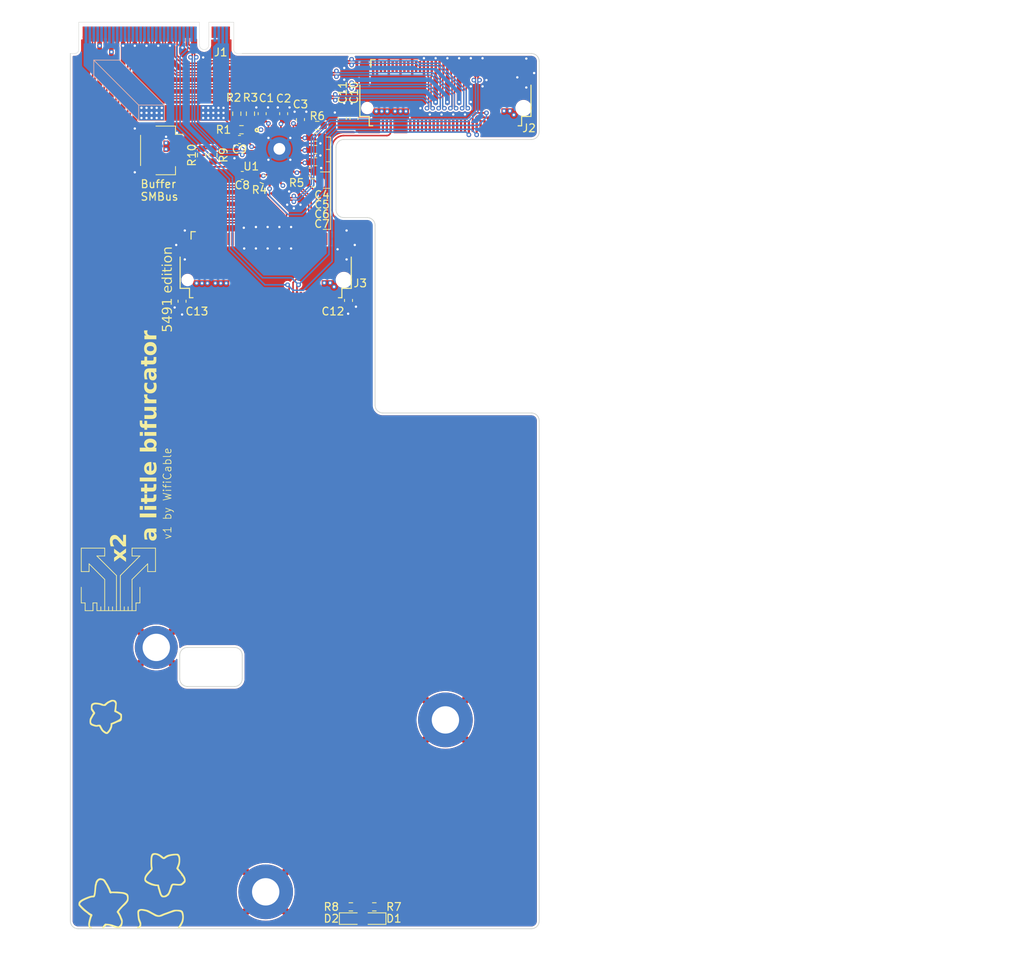
<source format=kicad_pcb>
(kicad_pcb (version 20240108) (generator "pcbnew") (generator_version "8.0")
  (title_block (title "Latitude 5491 SSD Expander") (company "WifiCable"))
  (layers (0 "F.Cu" signal) (1 "In1.Cu" signal) (2 "In2.Cu" signal) (31 "B.Cu" signal) (34 "B.Paste" user) (35 "F.Paste" user) (36 "B.SilkS" user "B.Silkscreen") (37 "F.SilkS" user "F.Silkscreen") (38 "B.Mask" user) (39 "F.Mask" user) (44 "Edge.Cuts" user))
  (net 0 "")
  (net 2 "Buffer_SMBus_DAT")
  (net 25 "SSD2_CLKREQ#")
  (net 29 "Buffer_SMBus_CLK")
  (net 39 "Net-(D1-K)")
  (net 54 "Host_REFCLK-")
  (net 74 "Net-(D1-A)")
  (net 84 "PERST#")
  (net 91 "SSD2_Rx1-")
  (net 92 "+3.3V")
  (net 93 "SSD2_Rx0-")
  (net 94 "GND")
  (net 95 "SSD2_Tx0-")
  (net 96 "SSD2_Tx1-")
  (net 97 "SSD1_Rx1+")
  (net 98 "SSD1_Tx1+")
  (net 99 "SSD2_Tx0+")
  (net 100 "SSD1_Rx0-")
  (net 101 "SSD1_Rx0+")
  (net 102 "SSD2_Rx1+")
  (net 103 "SSD1_Tx1-")
  (net 104 "SSD2_Tx1+")
  (net 105 "SSD2_Rx0+")
  (net 106 "SSD1_Tx0-")
  (net 107 "SSD1_Tx0+")
  (net 108 "SSD1_Rx1-")
  (net 109 "SSD1_CLKREQ#")
  (net 110 "PEWAKE#")
  (net 111 "SSD1_REFCLK+")
  (net 112 "SSD2_REFCLK-")
  (net 113 "Net-(U1-CKPWRGD_PD#)")
  (net 114 "Net-(U1-^vHIBW_BYPM_LOBW#)")
  (net 115 "Net-(U1-vOE2#)")
  (net 127 "Host_REFCLK+")
  (net 129 "SSD2_REFCLK+")
  (net 130 "SSD1_REFCLK-")
  (net 131 "Net-(D2-A)")
  (net 132 "Net-(D2-K)")
  (footprint "A_my_stuff:m-key" (layer "F.Cu") (at 127 51)
    (property "Reference" "J2")
    (property "Value" "Bus_M.2_Socket_M")
  )
  (footprint "Resistor_SMD:R_0603_1608Metric" (layer "F.Cu") (at 102.050001 51.7 90)
    (property "Reference" "R3")
    (property "Value" "10kΩ")
  )
  (footprint "Resistor_SMD:R_0603_1608Metric" (layer "F.Cu") (at 117.9 153.2 180)
    (property "Reference" "R7")
    (property "Value" "5K1")
  )
  (footprint "Capacitor_SMD:C_0603_1608Metric" (layer "F.Cu") (at 109.65 59.15)
    (property "Reference" "C7")
    (property "Value" "100nF")
  )
  (footprint "MountingHole:MountingHole_3.5mm_Pad" (layer "F.Cu") (at 104.000001 151.275)
    (property "Reference" "H3" (hide yes))
    (property "Value" "MountingHole_Pad")
  )
  (footprint "Connector_JST:JST_SH_SM04B-SRSS-TB_1x04-1MP_P1.00mm_Horizontal" (layer "F.Cu") (at 90.675001 56.399999 -90)
    (property "Reference" "J4" (hide yes))
    (property "Value" "qwiic")
  )
  (footprint "A-my-stuff:clockbuffer_9ZXL0651AKLF" (layer "F.Cu") (at 105.75 56.2)
    (property "Reference" "U1")
    (property "Value" "clockbuffer_9ZXL0651AKLF" (hide yes))
  )
  (footprint "Diode_SMD:D_0603_1608Metric" (layer "F.Cu") (at 114.9125 154.7)
    (property "Reference" "D2")
    (property "Value" "LED")
  )
  (footprint "Capacitor_SMD:C_0603_1608Metric" (layer "F.Cu") (at 110.4 56.275)
    (property "Reference" "C5")
    (property "Value" "100nF")
  )
  (footprint "Capacitor_SMD:C_0603_1608Metric" (layer "F.Cu") (at 113.8 52.3 90)
    (property "Reference" "C11")
    (property "Value" "10uF")
  )
  (footprint "Capacitor_SMD:C_0603_1608Metric" (layer "F.Cu") (at 110.4 54.7)
    (property "Reference" "C4")
    (property "Value" "100nF")
  )
  (footprint "Resistor_SMD:R_0603_1608Metric" (layer "F.Cu") (at 100.9 53.75)
    (property "Reference" "R1")
    (property "Value" "10kΩ")
  )
  (footprint "Capacitor_SMD:C_0603_1608Metric" (layer "F.Cu") (at 103.55 51.7 90)
    (property "Reference" "C1")
    (property "Value" "100nF")
  )
  (footprint "Capacitor_SMD:C_0603_1608Metric" (layer "F.Cu") (at 100.65 55 180)
    (property "Reference" "C9")
    (property "Value" "100nF")
  )
  (footprint "MountingHole:MountingHole_3.5mm_Pad" (layer "F.Cu") (at 127 129.275)
    (property "Reference" "H2" (hide yes))
    (property "Value" "MountingHole_Pad")
  )
  (footprint "Resistor_SMD:R_0603_1608Metric" (layer "F.Cu") (at 100.3 51.7 -90)
    (property "Reference" "R2")
    (property "Value" "10kΩ")
  )
  (footprint "Capacitor_SMD:C_0603_1608Metric" (layer "F.Cu") (at 110.4 57.85)
    (property "Reference" "C6")
    (property "Value" "100nF")
  )
  (footprint "Capacitor_SMD:C_0603_1608Metric" (layer "F.Cu") (at 114.6 75.6 -90)
    (property "Reference" "C12")
    (property "Value" "100nF")
  )
  (footprint "MountingHole:MountingHole_3.5mm_Pad" (layer "F.Cu") (at 90 120)
    (property "Reference" "H1" (hide yes))
    (property "Value" "MountingHole_Pad")
  )
  (footprint "Capacitor_SMD:C_0603_1608Metric" (layer "F.Cu") (at 115.3 52.3 90)
    (property "Reference" "C10")
    (property "Value" "100nF")
  )
  (footprint "Resistor_SMD:R_0603_1608Metric" (layer "F.Cu") (at 97.25 57 -90)
    (property "Reference" "R9")
    (property "Value" "10kΩ")
  )
  (footprint "Resistor_SMD:R_0603_1608Metric" (layer "F.Cu") (at 114.9 153.2)
    (property "Reference" "R8")
    (property "Value" "5K1")
  )
  (footprint "Capacitor_SMD:C_0603_1608Metric" (layer "F.Cu") (at 108.45 52.45 90)
    (property "Reference" "C3")
    (property "Value" "100nF")
  )
  (footprint "Resistor_SMD:R_0603_1608Metric" (layer "F.Cu") (at 110.6 53.2)
    (property "Reference" "R6")
    (property "Value" "10kΩ")
  )
  (footprint "Diode_SMD:D_0603_1608Metric" (layer "F.Cu") (at 117.9 154.7 180)
    (property "Reference" "D1")
    (property "Value" "LED")
  )
  (footprint "Capacitor_SMD:C_0603_1608Metric" (layer "F.Cu") (at 101 59.6 180)
    (property "Reference" "C8")
    (property "Value" "100nF")
  )
  (footprint "A-my-stuff:stars" (layer "F.Cu") (at 87.1 141.1 -90)
    (property "Reference" "G***" (hide yes))
    (property "Value" "LOGO" (hide yes))
  )
  (footprint "Capacitor_SMD:C_0603_1608Metric" (layer "F.Cu") (at 93.3 75.7 -90)
    (property "Reference" "C13")
    (property "Value" "10uF")
  )
  (footprint "Resistor_SMD:R_0603_1608Metric" (layer "F.Cu") (at 95.8 57 -90)
    (property "Reference" "R10")
    (property "Value" "10kΩ")
  )
  (footprint "Resistor_SMD:R_0603_1608Metric" (layer "F.Cu") (at 103.7 60.1 -22.5)
    (property "Reference" "R4")
    (property "Value" "10kΩ")
  )
  (footprint "TestPoint:TestPoint_THTPad_D3.0mm_Drill1.5mm" (layer "F.Cu") (at 105.75 56.2)
    (property "Reference" "H4" (hide yes))
    (property "Value" "MountingHole_Pad")
  )
  (footprint "A_my_stuff:NGFF_M" (layer "F.Cu") (at 90 40 180)
    (property "Reference" "J1")
    (property "Value" "Bus_M.2_Socket_M")
    (fp_line (start 10.425 -4) (end 11.000001 -4.000001) (stroke (width 0.05)) (layer "Edge.Cuts"))
    (fp_line (start 9.924999 0.000002) (end 9.925 -3.5) (stroke (width 0.05)) (layer "Edge.Cuts"))
    (fp_line (start 0 0) (end 9.924999 0.000002) (stroke (width 0.05)) (layer "Edge.Cuts"))
    (fp_line (start -5.525 0) (end 0 0) (stroke (width 0.05)) (layer "Edge.Cuts"))
    (fp_line (start -5.525 -2.900001) (end -5.525 0) (stroke (width 0.05)) (layer "Edge.Cuts"))
    (fp_line (start -6.725 0) (end -6.725 -2.9) (stroke (width 0.05)) (layer "Edge.Cuts"))
    (fp_line (start -9.924999 -0.000002) (end -6.725 0) (stroke (width 0.05)) (layer "Edge.Cuts"))
    (fp_line (start -9.925 -3.5) (end -9.924999 -0.000002) (stroke (width 0.05)) (layer "Edge.Cuts"))
    (fp_line (start -11.000001 -4.000001) (end -10.425 -4) (stroke (width 0.05)) (layer "Edge.Cuts"))
    (fp_arc (start 9.925 -3.5) (mid 10.071447 -3.853553) (end 10.425 -4) (stroke (width 0.05)) (layer "Edge.Cuts"))
    (fp_arc (start -6.725 -2.9) (mid -6.125 -3.5) (end -5.525 -2.900001) (stroke (width 0.05)) (layer "Edge.Cuts"))
    (fp_arc (start -10.425 -4) (mid -10.071446 -3.853554) (end -9.925 -3.5) (stroke (width 0.05)) (layer "Edge.Cuts"))
  )
  (footprint "Capacitor_SMD:C_0603_1608Metric" (layer "F.Cu") (at 106.3 51.7 90)
    (property "Reference" "C2")
    (property "Value" "100nF")
  )
  (footprint "Resistor_SMD:R_0603_1608Metric" (layer "F.Cu") (at 110.125001 60.550001 180)
    (property "Reference" "R5")
    (property "Value" "10kΩ")
  )
  (footprint "A_my_stuff:m-key" (layer "F.Cu") (at 104.000001 73)
    (property "Reference" "J3")
    (property "Value" "Bus_M.2_Socket_M")
  )
  (gr_line (start 87.75 50.6) (end 91.05 50.6) (stroke (width 0.1)) (layer "B.SilkS"))
  (gr_line (start 87.75 52.6) (end 82 46.85) (stroke (width 0.1)) (layer "B.SilkS"))
  (gr_line (start 91.05 50.6) (end 91.05 52.6) (stroke (width 0.1)) (layer "B.SilkS"))
  (gr_line (start 82 46.85) (end 82 44.85) (stroke (width 0.1)) (layer "B.SilkS"))
  (gr_line (start 87.75 50.6) (end 82 44.85) (stroke (width 0.1)) (layer "B.SilkS"))
  (gr_line (start 85.3 44.85) (end 91.05 50.6) (stroke (width 0.1)) (layer "B.SilkS"))
  (gr_line (start 82 44.85) (end 85.3 44.85) (stroke (width 0.1)) (layer "B.SilkS"))
  (gr_line (start 91.05 52.6) (end 87.75 52.6) (stroke (width 0.1)) (layer "B.SilkS"))
  (gr_line (start 87.75 52.6) (end 87.75 50.6) (stroke (width 0.1)) (layer "B.SilkS"))
  (gr_line (start 80.4 114.3) (end 80.4 112.3) (stroke (width 0.1)) (layer "F.SilkS"))
  (gr_line (start 112.3 54.7) (end 111.75 54.7) (stroke (width 0.1)) (layer "F.SilkS"))
  (gr_line (start 111.75 57.85) (end 112.3 57.85) (stroke (width 0.1)) (layer "F.SilkS"))
  (gr_line (start 112.3 59.15) (end 112.3 66.5) (stroke (width 0.1)) (layer "F.SilkS"))
  (gr_line (start 82.900001 115.299999) (end 82.9 114.799999) (stroke (width 0.1)) (layer "F.SilkS"))
  (gr_line (start 85.9 115.3) (end 85.9 114.8) (stroke (width 0.1)) (layer "F.SilkS"))
  (gr_line (start 81.4 110.3) (end 80.4 110.3) (stroke (width 0.1)) (layer "F.SilkS"))
  (gr_line (start 80.4 107.3) (end 83.4 107.3) (stroke (width 0.1)) (layer "F.SilkS"))
  (gr_line (start 85.4 114.8) (end 85.399999 110.8) (stroke (width 0.1)) (layer "F.SilkS"))
  (gr_line (start 86.900001 115.3) (end 86.899999 114.8) (stroke (width 0.1)) (layer "F.SilkS"))
  (gr_line (start 112.3 59.15) (end 112.3 54.7) (stroke (width 0.1)) (layer "F.SilkS"))
  (gr_line (start 112.3 66.5) (end 111.35 66.5) (stroke (width 0.1)) (layer "F.SilkS"))
  (gr_line (start 80.4 114.3) (end 80.9 114.3) (stroke (width 0.1)) (layer "F.SilkS"))
  (gr_line (start 80.9 115.3) (end 81.899999 115.3) (stroke (width 0.1)) (layer "F.SilkS"))
  (gr_line (start 88.9 109.3) (end 88.899999 110.3) (stroke (width 0.1)) (layer "F.SilkS"))
  (gr_line (start 87.9 114.3) (end 87.9 112.299999) (stroke (width 0.1)) (layer "F.SilkS"))
  (gr_line (start 86.399998 115.3) (end 86.4 114.799999) (stroke (width 0.1)) (layer "F.SilkS"))
  (gr_line (start 85.4 115.3) (end 85.4 114.8) (stroke (width 0.1)) (layer "F.SilkS"))
  (gr_line (start 81.899999 115.3) (end 81.899999 114.3) (stroke (width 0.1)) (layer "F.SilkS"))
  (gr_line (start 84.899999 114.800001) (end 84.9 110.8) (stroke (width 0.1)) (layer "F.SilkS"))
  (gr_line (start 83.4 107.3) (end 83.4 108.300001) (stroke (width 0.1)) (layer "F.SilkS"))
  (gr_line (start 81.899999 114.3) (end 82.4 114.3) (stroke (width 0.1)) (layer "F.SilkS"))
  (gr_line (start 83.399999 114.8) (end 83.4 111.3) (stroke (width 0.1)) (layer "F.SilkS"))
  (gr_line (start 86.9 107.3) (end 86.9 108.300001) (stroke (width 0.1)) (layer "F.SilkS"))
  (gr_line (start 112.3 61.25) (end 111.35 61.25) (stroke (width 0.1)) (layer "F.SilkS"))
  (gr_line (start 89.9 107.3) (end 86.9 107.3) (stroke (width 0.1)) (layer "F.SilkS"))
  (gr_line (start 84.9 110.8) (end 82.400001 108.3) (stroke (width 0.1)) (layer "F.SilkS"))
  (gr_line (start 88.899999 110.3) (end 89.9 110.3) (stroke (width 0.1)) (layer "F.SilkS"))
  (gr_line (start 86.899999 114.8) (end 86.9 111.299999) (stroke (width 0.1)) (layer "F.SilkS"))
  (gr_line (start 86.9 108.300001) (end 87.9 108.3) (stroke (width 0.1)) (layer "F.SilkS"))
  (gr_line (start 87.4 114.300001) (end 87.9 114.3) (stroke (width 0.1)) (layer "F.SilkS"))
  (gr_line (start 83.4 108.300001) (end 82.400001 108.3) (stroke (width 0.1)) (layer "F.SilkS"))
  (gr_line (start 89.9 110.3) (end 89.9 107.3) (stroke (width 0.1)) (layer "F.SilkS"))
  (gr_line (start 85.399999 110.8) (end 87.9 108.3) (stroke (width 0.1)) (layer "F.SilkS"))
  (gr_line (start 111.75 56.275) (end 112.3 56.275) (stroke (width 0.1)) (layer "F.SilkS"))
  (gr_line (start 84.4 115.300002) (end 84.4 114.8) (stroke (width 0.1)) (layer "F.SilkS"))
  (gr_line (start 87.4 115.3) (end 87.4 114.300001) (stroke (width 0.1)) (layer "F.SilkS"))
  (gr_line (start 82.4 114.3) (end 82.399999 115.3) (stroke (width 0.1)) (layer "F.SilkS"))
  (gr_line (start 80.4 110.3) (end 80.4 107.3) (stroke (width 0.1)) (layer "F.SilkS"))
  (gr_line (start 82.399999 115.3) (end 87.4 115.3) (stroke (width 0.1)) (layer "F.SilkS"))
  (gr_line (start 86.9 111.299999) (end 88.9 109.3) (stroke (width 0.1)) (layer "F.SilkS"))
  (gr_line (start 81.4 109.3) (end 81.4 110.3) (stroke (width 0.1)) (layer "F.SilkS"))
  (gr_line (start 83.9 115.3) (end 83.900001 114.800001) (stroke (width 0.1)) (layer "F.SilkS"))
  (gr_line (start 111 59.15) (end 112.3 59.15) (stroke (width 0.1)) (layer "F.SilkS"))
  (gr_line (start 83.4 115.3) (end 83.399999 114.8) (stroke (width 0.1)) (layer "F.SilkS"))
  (gr_line (start 84.9 115.3) (end 84.899999 114.800001) (stroke (width 0.1)) (layer "F.SilkS"))
  (gr_line (start 83.4 111.3) (end 81.4 109.3) (stroke (width 0.1)) (layer "F.SilkS"))
  (gr_line (start 80.9 114.3) (end 80.9 115.3) (stroke (width 0.1)) (layer "F.SilkS"))
  (gr_line (start 101.000001 44.000001) (end 113 44.000001) (stroke (width 0.1)) (layer "Edge.Cuts"))
  (gr_line (start 117.999999 66) (end 118.000001 89) (stroke (width 0.1)) (layer "Edge.Cuts"))
  (gr_line (start 94 120.000001) (end 100 120.000001) (stroke (width 0.1)) (layer "Edge.Cuts"))
  (gr_line (start 100 124.999999) (end 94 124.999999) (stroke (width 0.1)) (layer "Edge.Cuts"))
  (gr_arc (start 100.999999 124) (mid 100.707106 124.707106) (end 100 124.999999) (stroke (width 0.1)) (layer "Edge.Cuts"))
  (gr_arc (start 93.000001 121) (mid 93.292894 120.292894) (end 94 120.000001) (stroke (width 0.1)) (layer "Edge.Cuts"))
  (gr_arc (start 138 44) (mid 138.707107 44.292893) (end 139 45) (stroke (width 0.1)) (layer "Edge.Cuts"))
  (gr_arc (start 138.999999 54) (mid 138.707106 54.707106) (end 138 54.999999) (stroke (width 0.1)) (layer "Edge.Cuts"))
  (gr_line (start 93.000001 121) (end 93.000001 124) (stroke (width 0.1)) (layer "Edge.Cuts"))
  (gr_line (start 113.000001 64) (end 113.000001 56) (stroke (width 0.1)) (layer "Edge.Cuts"))
  (gr_arc (start 100 120.000001) (mid 100.707106 120.292894) (end 100.999999 121) (stroke (width 0.1)) (layer "Edge.Cuts"))
  (gr_arc (start 114 64.999999) (mid 113.292894 64.707106) (end 113.000001 64) (stroke (width 0.1)) (layer "Edge.Cuts"))
  (gr_arc (start 117 65.000001) (mid 117.707106 65.292894) (end 117.999999 66) (stroke (width 0.1)) (layer "Edge.Cuts"))
  (gr_arc (start 119 89.999999) (mid 118.292894 89.707106) (end 118.000001 89) (stroke (width 0.1)) (layer "Edge.Cuts"))
  (gr_line (start 138 54.999999) (end 114 55.000001) (stroke (width 0.1)) (layer "Edge.Cuts"))
  (gr_line (start 114 64.999999) (end 117 65.000001) (stroke (width 0.1)) (layer "Edge.Cuts"))
  (gr_line (start 78.999999 44.000001) (end 79.000001 155) (stroke (width 0.1)) (layer "Edge.Cuts"))
  (gr_line (start 139 45) (end 138.999999 54) (stroke (width 0.1)) (layer "Edge.Cuts"))
  (gr_arc (start 80 155.999999) (mid 79.292894 155.707106) (end 79.000001 155) (stroke (width 0.1)) (layer "Edge.Cuts"))
  (gr_line (start 80 155.999999) (end 138 155.999999) (stroke (width 0.1)) (layer "Edge.Cuts"))
  (gr_line (start 119 89.999999) (end 138 90.000001) (stroke (width 0.1)) (layer "Edge.Cuts"))
  (gr_arc (start 113.000001 56) (mid 113.292894 55.292894) (end 114 55.000001) (stroke (width 0.1)) (layer "Edge.Cuts"))
  (gr_arc (start 94 124.999999) (mid 93.292894 124.707106) (end 93.000001 124) (stroke (width 0.1)) (layer "Edge.Cuts"))
  (gr_line (start 113 44) (end 138 44) (stroke (width 0.1)) (layer "Edge.Cuts"))
  (gr_arc (start 138 90.000001) (mid 138.707106 90.292894) (end 138.999999 91) (stroke (width 0.1)) (layer "Edge.Cuts"))
  (gr_line (start 138.999999 91) (end 138.999999 155) (stroke (width 0.1)) (layer "Edge.Cuts"))
  (gr_line (start 100.999999 121) (end 100.999999 124) (stroke (width 0.1)) (layer "Edge.Cuts"))
  (gr_arc (start 138.999999 155) (mid 138.707106 155.707106) (end 138 155.999999) (stroke (width 0.1)) (layer "Edge.Cuts"))
  (gr_text "5491 edition" (at 92.2 79.699999 90) (layer "F.SilkS") (effects (font (size 1.25 1.25) (thickness 0.1) (italic yes)) (justify left bottom)))
  (gr_text "v1 by WifiCable" (at 92 106.25 90) (layer "F.SilkS") (effects (font (size 1 1) (thickness 0.1)) (justify left bottom)))
  (gr_text "a little bifurcator" (at 90.350001 106.45 90) (layer "F.SilkS") (effects (font (size 2 2) (thickness 0.4) (bold yes)) (justify left bottom)))
  (gr_text "Buffer\nSMBus" (at 87.9 62.9 0) (layer "F.SilkS") (effects (font (size 1 1)) (justify left bottom)))
  (gr_text "x2" (at 85.3 109.100001 90) (layer "F.SilkS") (effects (font (size 2 2) (thickness 0.4) (bold yes) (italic yes)) (justify left)))
  (segment (start 101.4 58) (end 102.2 57.2) (width 0.2) (layer "F.Cu") (net 2))
  (segment (start 92.775002 57) (end 96.35 57) (width 0.2) (layer "F.Cu") (net 2))
  (segment (start 102.2 57.2) (end 103.3 57.2) (width 0.2) (layer "F.Cu") (net 2))
  (segment (start 96.35 57) (end 97.35 58) (width 0.2) (layer "F.Cu") (net 2))
  (segment (start 97.35 58) (end 101.4 58) (width 0.2) (layer "F.Cu") (net 2))
  (segment (start 92.675001 56.899999) (end 92.775002 57) (width 0.2) (layer "F.Cu") (net 2))
  (segment (start 109 60.25) (end 109.300002 60.550002) (width 0.2) (layer "F.Cu") (net 25))
  (segment (start 107.5 74.299998) (end 107.5 73.3) (width 0.2) (layer "F.Cu") (net 25))
  (segment (start 109.300002 60.550002) (end 109.300002 60.600002) (width 0.2) (layer "F.Cu") (net 25))
  (segment (start 109.300002 60.600002) (end 110.5 61.8) (width 0.2) (layer "F.Cu") (net 25))
  (segment (start 107.15 59.55) (end 107.85 60.25) (width 0.2) (layer "F.Cu") (net 25))
  (segment (start 107.15 58.65) (end 107.15 59.55) (width 0.2) (layer "F.Cu") (net 25))
  (segment (start 107.500002 75.275) (end 107.500002 74.3) (width 0.2) (layer "F.Cu") (net 25))
  (segment (start 107.500002 74.3) (end 107.5 74.299998) (width 0.2) (layer "F.Cu") (net 25))
  (segment (start 110.5 61.8) (end 110.5 70.3) (width 0.2) (layer "F.Cu") (net 25))
  (segment (start 107.85 60.25) (end 109 60.25) (width 0.2) (layer "F.Cu") (net 25))
  (segment (start 107.5 73.3) (end 110.5 70.3) (width 0.2) (layer "F.Cu") (net 25))
  (segment (start 101.5 58.5) (end 96.7 58.5) (width 0.2) (layer "F.Cu") (net 29))
  (segment (start 96.099999 57.899999) (end 92.675002 57.899999) (width 0.2) (layer "F.Cu") (net 29))
  (segment (start 103.3 57.6) (end 102.4 57.6) (width 0.2) (layer "F.Cu") (net 29))
  (segment (start 102.4 57.6) (end 101.5 58.5) (width 0.2) (layer "F.Cu") (net 29))
  (segment (start 96.7 58.5) (end 96.099999 57.899999) (width 0.2) (layer "F.Cu") (net 29))
  (segment (start 112.539039 64.350746) (end 112.611895 64.574972) (width 0.2) (layer "F.Cu") (net 39))
  (segment (start 113.214959 65.28107) (end 113.425028 65.388105) (width 0.2) (layer "F.Cu") (net 39))
  (segment (start 112.539039 55.649254) (end 112.502158 55.882117) (width 0.2) (layer "F.Cu") (net 39))
  (segment (start 113.214959 54.71893) (end 113.024221 54.85751) (width 0.2) (layer "F.Cu") (net 39))
  (segment (start 120 53.275) (end 120 54) (width 0.2) (layer "F.Cu") (net 39))
  (segment (start 112.85751 64.975779) (end 113.024221 65.14249) (width 0.2) (layer "F.Cu") (net 39))
  (segment (start 112.5 56) (end 112.5 64) (width 0.2) (layer "F.Cu") (net 39))
  (segment (start 114 54.5) (end 113.882117 54.502158) (width 0.2) (layer "F.Cu") (net 39))
  (segment (start 113.882117 65.497842) (end 114 65.5) (width 0.2) (layer "F.Cu") (net 39))
  (segment (start 112.611895 55.425028) (end 112.539039 55.649254) (width 0.2) (layer "F.Cu") (net 39))
  (segment (start 112.502158 64.117883) (end 112.539039 64.350746) (width 0.2) (layer "F.Cu") (net 39))
  (segment (start 112.5 64) (end 112.502158 64.117883) (width 0.2) (layer "F.Cu") (net 39))
  (segment (start 114 65.5) (end 117 65.5) (width 0.2) (layer "F.Cu") (net 39))
  (segment (start 113.425028 54.611895) (end 113.214959 54.71893) (width 0.2) (layer "F.Cu") (net 39))
  (segment (start 113.024221 54.85751) (end 112.85751 55.024221) (width 0.2) (layer "F.Cu") (net 39))
  (segment (start 119.8 153.7) (end 118.800002 154.699998) (width 0.2) (layer "F.Cu") (net 39))
  (segment (start 119.5 54.5) (end 114 54.5) (width 0.2) (layer "F.Cu") (net 39))
  (segment (start 112.71893 55.214959) (end 112.611895 55.425028) (width 0.2) (layer "F.Cu") (net 39))
  (segment (start 113.425028 65.388105) (end 113.649254 65.460961) (width 0.2) (layer "F.Cu") (net 39))
  (segment (start 118.800002 154.699998) (end 118.687501 154.699998) (width 0.2) (layer "F.Cu") (net 39))
  (segment (start 112.71893 64.785041) (end 112.85751 64.975779) (width 0.2) (layer "F.Cu") (net 39))
  (segment (start 117.5 66) (end 117.5 150) (width 0.2) (layer "F.Cu") (net 39))
  (segment (start 113.024221 65.14249) (end 113.214959 65.28107) (width 0.2) (layer "F.Cu") (net 39))
  (segment (start 113.649254 54.539039) (end 113.425028 54.611895) (width 0.2) (layer "F.Cu") (net 39))
  (segment (start 117.5 150) (end 119.8 152.3) (width 0.2) (layer "F.Cu") (net 39))
  (segment (start 113.882117 54.502158) (end 113.649254 54.539039) (width 0.2) (layer "F.Cu") (net 39))
  (segment (start 112.502158 55.882117) (end 112.5 56) (width 0.2) (layer "F.Cu") (net 39))
  (segment (start 112.611895 64.574972) (end 112.71893 64.785041) (width 0.2) (layer "F.Cu") (net 39))
  (segment (start 113.649254 65.460961) (end 113.882117 65.497842) (width 0.2) (layer "F.Cu") (net 39))
  (segment (start 112.85751 55.024221) (end 112.71893 55.214959) (width 0.2) (layer "F.Cu") (net 39))
  (segment (start 119.8 152.3) (end 119.8 153.7) (width 0.2) (layer "F.Cu") (net 39))
  (arc (start 117 65.5) (mid 117.353553 65.646447) (end 117.5 66) (width 0.2) (layer "F.Cu") (net 39))
  (arc (start 120 54) (mid 119.853553 54.353553) (end 119.5 54.5) (width 0.2) (layer "F.Cu") (net 39))
  (segment (start 102.662499 56.8) (end 103.3 56.8) (width 0.19) (layer "F.Cu") (net 54))
  (segment (start 101.205 56.7575) (end 102.619999 56.7575) (width 0.19) (layer "F.Cu") (net 54))
  (segment (start 101 56.9625) (end 101.205 56.7575) (width 0.19) (layer "F.Cu") (net 54))
  (segment (start 93.8425 41.367499) (end 93.8425 42.96524) (width 0.19) (layer "F.Cu") (net 54))
  (segment (start 102.619999 56.7575) (end 102.662499 56.8) (width 0.19) (layer "F.Cu") (net 54))
  (segment (start 94.5925 44.270418) (end 94.5925 43.71524) (width 0.19) (layer "F.Cu") (net 54))
  (segment (start 94.5925 43.71524) (end 93.8425 42.96524) (width 0.19) (layer "F.Cu") (net 54))
  (segment (start 94.3875 44.475418) (end 94.5925 44.270418) (width 0.19) (layer "F.Cu") (net 54))
  (segment (start 93.749999 41.274998) (end 93.8425 41.367499) (width 0.19) (layer "F.Cu") (net 54))
  (via (at 101 56.9625) (size 0.6) (drill 0.3) (layers "F.Cu" "B.Cu") (net 54))
  (via (at 94.3875 44.475418) (size 0.6) (drill 0.3) (layers "F.Cu" "B.Cu") (net 54))
  (segment (start 100.795 56.7575) (end 98.33476 56.7575) (width 0.19) (layer "B.Cu") (net 54))
  (segment (start 101 56.9625) (end 100.795 56.7575) (width 0.19) (layer "B.Cu") (net 54))
  (segment (start 98.33476 56.7575) (end 94.5925 53.01524) (width 0.19) (layer "B.Cu") (net 54))
  (segment (start 94.5925 53.01524) (end 94.5925 44.680418) (width 0.19) (layer "B.Cu") (net 54))
  (segment (start 94.5925 44.680418) (end 94.3875 44.475418) (width 0.19) (layer "B.Cu") (net 54))
  (segment (start 118.724999 153.199999) (end 118.612502 153.199999) (width 0.2) (layer "F.Cu") (net 74))
  (segment (start 118.612502 153.199999) (end 117.112499 154.700002) (width 0.2) (layer "F.Cu") (net 74))
  (segment (start 107 73.8) (end 107 75.275) (width 0.2) (layer "F.Cu") (net 84))
  (segment (start 106.8 73.6) (end 107 73.8) (width 0.2) (layer "F.Cu") (net 84))
  (segment (start 130 53.275) (end 130 54.4) (width 0.2) (layer "F.Cu") (net 84))
  (via (at 130 54.4) (size 0.6) (drill 0.3) (layers "F.Cu" "B.Cu") (net 84))
  (via (at 106.8 73.6) (size 0.6) (drill 0.3) (layers "F.Cu" "B.Cu") (net 84))
  (segment (start 113.15 54.05) (end 112.5 54.7) (width 0.2) (layer "B.Cu") (net 84))
  (segment (start 129.65 54.05) (end 113.15 54.05) (width 0.2) (layer "B.Cu") (net 84))
  (segment (start 99.35 69.05) (end 99.35 60.05) (width 0.2) (layer "B.Cu") (net 84))
  (segment (start 107.5 74.3) (end 106.8 73.6) (width 0.2) (layer "B.Cu") (net 84))
  (segment (start 130 54.4) (end 129.65 54.05) (width 0.2) (layer "B.Cu") (net 84))
  (segment (start 112.5 70.6) (end 108.8 74.3) (width 0.2) (layer "B.Cu") (net 84))
  (segment (start 92.6 43.15) (end 92.999998 42.750002) (width 0.2) (layer "B.Cu") (net 84))
  (segment (start 112.5 54.7) (end 112.5 70.6) (width 0.2) (layer "B.Cu") (net 84))
  (segment (start 103.9 73.6) (end 99.35 69.05) (width 0.2) (layer "B.Cu") (net 84))
  (segment (start 108.8 74.3) (end 107.5 74.3) (width 0.2) (layer "B.Cu") (net 84))
  (segment (start 106.8 73.6) (end 103.9 73.6) (width 0.2) (layer "B.Cu") (net 84))
  (segment (start 92.999998 42.750002) (end 92.999998 41.525) (width 0.2) (layer "B.Cu") (net 84))
  (segment (start 99.35 60.05) (end 92.6 53.3) (width 0.2) (layer "B.Cu") (net 84))
  (segment (start 92.6 53.3) (end 92.6 43.15) (width 0.2) (layer "B.Cu") (net 84))
  (segment (start 81.75 42.362501) (end 81.75 41.275) (width 0.19) (layer "F.Cu") (net 91))
  (segment (start 101.750002 67.724999) (end 101.750002 66.562498) (width 0.19) (layer "F.Cu") (net 91))
  (segment (start 101.842502 66.065242) (end 101.43476 65.6575) (width 0.19) (layer "F.Cu") (net 91))
  (segment (start 101.750002 66.562498) (end 101.842502 66.469998) (width 0.19) (layer "F.Cu") (net 91))
  (segment (start 85.43476 65.6575) (end 81.8425 62.06524) (width 0.19) (layer "F.Cu") (net 91))
  (segment (start 101.43476 65.6575) (end 85.43476 65.6575) (width 0.19) (layer "F.Cu") (net 91))
  (segment (start 81.8425 62.06524) (end 81.8425 42.455001) (width 0.19) (layer "F.Cu") (net 91))
  (segment (start 81.8425 42.455001) (end 81.75 42.362501) (width 0.19) (layer "F.Cu") (net 91))
  (segment (start 101.842502 66.469998) (end 101.842502 66.065242) (width 0.19) (layer "F.Cu") (net 91))
  (segment (start 101.959286 59.784286) (end 101.775 59.6) (width 0.2) (layer "F.Cu") (net 92))
  (segment (start 95.8 56.175001) (end 94.025001 56.175001) (width 0.2) (layer "F.Cu") (net 92))
  (segment (start 108.200001 56.4) (end 109 56.4) (width 0.2) (layer "F.Cu") (net 92))
  (segment (start 108.9 58) (end 109.05 57.85) (width 0.2) (layer "F.Cu") (net 92))
  (segment (start 109.750002 53.225) (end 109.775001 53.200001) (width 0.2) (layer "F.Cu") (net 92))
  (segment (start 103.3 54.4) (end 102.9 54.4) (width 0.2) (layer "F.Cu") (net 92))
  (segment (start 97.25 56.175001) (end 95.8 56.175001) (width 0.2) (layer "F.Cu") (net 92))
  (segment (start 102.9 54) (end 103.15 53.75) (width 0.2) (layer "F.Cu") (net 92))
  (segment (start 107.825 53.225) (end 107.55 52.95) (width 0.2) (layer "F.Cu") (net 92))
  (segment (start 103.975 59.65) (end 103.7 59.65) (width 0.2) (layer "F.Cu") (net 92))
  (segment (start 109.15 59.15) (end 108.875 59.15) (width 0.2) (layer "F.Cu") (net 92))
  (segment (start 104.35 58.65) (end 104.35 59.275) (width 0.2) (layer "F.Cu") (net 92))
  (segment (start 103.15 53.75) (end 103.4 53.75) (width 0.2) (layer "F.Cu") (net 92))
  (segment (start 117.000001 153.200001) (end 117.075001 153.200001) (width 0.5) (layer "F.Cu") (net 92))
  (segment (start 107.55 53.75) (end 107.55 52.95) (width 0.2) (layer "F.Cu") (net 92))
  (segment (start 102.2775 56) (end 103.299999 56) (width 0.2) (layer "F.Cu") (net 92))
  (segment (start 103.072085 59.65) (end 102.937799 59.784286) (width 0.2) (layer "F.Cu") (net 92))
  (segment (start 108 59.25) (end 107.7 59.25) (width 0.2) (layer "F.Cu") (net 92))
  (segment (start 105.95 53) (end 105.95 52.825) (width 0.2) (layer "F.Cu") (net 92))
  (segment (start 102.2 55.775) (end 102.2 55.9225) (width 0.2) (layer "F.Cu") (net 92))
  (segment (start 102.937799 59.784286) (end 101.959286 59.784286) (width 0.2) (layer "F.Cu") (net 92))
  (segment (start 108.474999 53.200001) (end 108.45 53.225) (width 0.2) (layer "F.Cu") (net 92))
  (segment (start 102.9 54.4) (end 102.9 54) (width 0.2) (layer "F.Cu") (net 92))
  (segment (start 103.55 52.475) (end 103.875 52.475) (width 0.2) (layer "F.Cu") (net 92))
  (segment (start 103.7 59.65) (end 103.072085 59.65) (width 0.2) (layer "F.Cu") (net 92))
  (segment (start 105.95 60.65) (end 106.2 60.9) (width 0.2) (layer "F.Cu") (net 92))
  (segment (start 116.4 152.6) (end 115.8 153.2) (width 0.5) (layer "F.Cu") (net 92))
  (segment (start 108.875 59.15) (end 108.1 59.15) (width 0.2) (layer "F.Cu") (net 92))
  (segment (start 107.55 59.1) (end 107.55 58.65) (width 0.2) (layer "F.Cu") (net 92))
  (segment (start 116.4 152.6) (end 117.000001 153.200001) (width 0.5) (layer "F.Cu") (net 92))
  (segment (start 115.8 153.2) (end 115.724999 153.2) (width 0.5) (layer "F.Cu") (net 92))
  (segment (start 100.075001 53.725001) (end 98.6 52.25) (width 0.2) (layer "F.Cu") (net 92))
  (segment (start 107.7 59.25) (end 107.55 59.1) (width 0.2) (layer "F.Cu") (net 92))
  (segment (start 105.95 58.65) (end 105.95 60.65) (width 0.2) (layer "F.Cu") (net 92))
  (segment (start 113.000001 149.200001) (end 116.4 152.6) (width 0.5) (layer "F.Cu") (net 92))
  (segment (start 100.075001 53.75) (end 100.075001 53.725001) (width 0.2) (layer "F.Cu") (net 92))
  (segment (start 101.425 55) (end 102.2 55.775) (width 0.2) (layer "F.Cu") (net 92))
  (segment (start 110.95 60.55) (end 110.55 60.55) (width 0.2) (layer "F.Cu") (net 92))
  (segment (start 108.1 59.15) (end 108 59.25) (width 0.2) (layer "F.Cu") (net 92))
  (segment (start 100.225 50.95) (end 100.299999 50.875001) (width 0.2) (layer "F.Cu") (net 92))
  (segment (start 102.2 55.9225) (end 102.2775 56) (width 0.2) (layer "F.Cu") (net 92))
  (segment (start 113.000001 75.275) (end 113.000001 149.200001) (width 0.5) (layer "F.Cu") (net 92))
  (segment (start 109 56.4) (end 109.5 56.4) (width 0.2) (layer "F.Cu") (net 92))
  (segment (start 105.95 53.749999) (end 105.95 53) (width 0.2) (layer "F.Cu") (net 92))
  (segment (start 109.525 54.8) (end 109.625 54.7) (width 0.2) (layer "F.Cu") (net 92))
  (segment (start 105.95 52.825) (end 106.3 52.475) (width 0.2) (layer "F.Cu") (net 92))
  (segment (start 108.45 53.225) (end 107.825 53.225) (width 0.2) (layer "F.Cu") (net 92))
  (segment (start 104.35 53.75) (end 104.35 52.95) (width 0.2) (layer "F.Cu") (net 92))
  (segment (start 109.5 56.4) (end 109.625 56.275) (width 0.2) (layer "F.Cu") (net 92))
  (segment (start 98.6 50.95) (end 100.225 50.95) (width 0.2) (layer "F.Cu") (net 92))
  (segment (start 94.025001 56.175001) (end 93.749999 55.899999) (width 0.2) (layer "F.Cu") (net 92))
  (segment (start 103.875 52.475) (end 104.35 52.95) (width 0.2) (layer "F.Cu") (net 92))
  (segment (start 108.2 54.8) (end 109.525 54.8) (width 0.2) (layer "F.Cu") (net 92))
  (segment (start 108.45 53.225) (end 109.750002 53.225) (width 0.2) (layer "F.Cu") (net 92))
  (segment (start 109.05 57.85) (end 109.625 57.85) (width 0.2) (layer "F.Cu") (net 92))
  (segment (start 104.35 59.275) (end 103.975 59.65) (width 0.2) (layer "F.Cu") (net 92))
  (segment (start 93.749999 55.899999) (end 92.675001 55.899999) (width 0.2) (layer "F.Cu") (net 92))
  (segment (start 108.2 58) (end 108.9 58) (width 0.2) (layer "F.Cu") (net 92))
  (segment (start 110.55 60.55) (end 109.15 59.15) (width 0.2) (layer "F.Cu") (net 92))
  (via (at 109 54.8) (size 0.6) (drill 0.3) (layers "F.Cu" "B.Cu") (net 92))
  (via (at 107.55 52.95) (size 0.6) (drill 0.3) (layers "F.Cu" "B.Cu") (net 92))
  (via (at 121.95 51.4) (size 0.6) (drill 0.3) (layers "F.Cu" "B.Cu") (net 92))
  (via (at 134.5 51.35) (size 0.6) (drill 0.3) (layers "F.Cu" "B.Cu") (net 92))
  (via (at 96.65 50.95) (size 0.6) (drill 0.3) (layers "F.Cu" "B.Cu") (net 92))
  (via (at 90.7 52.25) (size 0.6) (drill 0.3) (layers "F.Cu" "B.Cu") (net 92))
  (via (at 90.7 51.6) (size 0.6) (drill 0.3) (layers "F.Cu" "B.Cu") (net 92))
  (via (at 121.25 51.4) (size 0.6) (drill 0.3) (layers "F.Cu" "B.Cu") (net 92))
  (via (at 97.95 50.95) (size 0.6) (drill 0.3) (layers "F.Cu" "B.Cu") (net 92))
  (via (at 103.4 53.75) (size 0.6) (drill 0.3) (layers "F.Cu" "B.Cu") (net 92))
  (via (at 135.75 51.85) (size 0.6) (drill 0.3) (layers "F.Cu" "B.Cu") (net 92))
  (via (at 97.3 51.6) (size 0.6) (drill 0.3) (layers "F.Cu" "B.Cu") (net 92))
  (via (at 90.05 51.6) (size 0.6) (drill 0.3) (layers "F.Cu" "B.Cu") (net 92))
  (via (at 89.4 51.6) (size 0.6) (drill 0.3) (layers "F.Cu" "B.Cu") (net 92))
  (via (at 109 58) (size 0.6) (drill 0.3) (layers "F.Cu" "B.Cu") (net 92))
  (via (at 112.75 73.85) (size 0.6) (drill 0.3) (layers "F.Cu" "B.Cu") (net 92))
  (via (at 90.05 50.95) (size 0.6) (drill 0.3) (layers "F.Cu" "B.Cu") (net 92))
  (via (at 109 56.4) (size 0.6) (drill 0.3) (layers "F.Cu" "B.Cu") (net 92))
  (via (at 97.95 51.6) (size 0.6) (drill 0.3) (layers "F.Cu" "B.Cu") (net 92))
  (via (at 135.25 51.35) (size 0.6) (drill 0.3) (layers "F.Cu" "B.Cu") (net 92))
  (via (at 96.65 51.6) (size 0.6) (drill 0.3) (layers "F.Cu" "B.Cu") (net 92))
  (via (at 120.55 51.4) (size 0.6) (drill 0.3) (layers "F.Cu" "B.Cu") (net 92))
  (via (at 106.2 60.9) (size 0.6) (drill 0.3) (layers "F.Cu" "B.Cu") (net 92))
  (via (at 88.1 50.95) (size 0.6) (drill 0.3) (layers "F.Cu" "B.Cu") (net 92))
  (via (at 96.65 52.25) (size 0.6) (drill 0.3) (layers "F.Cu" "B.Cu") (net 92))
  (via (at 96.55 73.4) (size 0.6) (drill 0.3) (layers "F.Cu" "B.Cu") (net 92))
  (via (at 88.75 50.95) (size 0.6) (drill 0.3) (layers "F.Cu" "B.Cu") (net 92))
  (via (at 97.95 52.25) (size 0.6) (drill 0.3) (layers "F.Cu" "B.Cu") (net 92))
  (via (at 112.25 73.35) (size 0.6) (drill 0.3) (layers "F.Cu" "B.Cu") (net 92))
  (via (at 88.1 52.25) (size 0.6) (drill 0.3) (layers "F.Cu" "B.Cu") (net 92))
  (via (at 98.6 51.6) (size 0.6) (drill 0.3) (layers "F.Cu" "B.Cu") (net 92))
  (via (at 97.3 52.25) (size 0.6) (drill 0.3) (layers "F.Cu" "B.Cu") (net 92))
  (via (at 89.4 50.95) (size 0.6) (drill 0.3) (layers "F.Cu" "B.Cu") (net 92))
  (via (at 90.05 52.25) (size 0.6) (drill 0.3) (layers "F.Cu" "B.Cu") (net 92))
  (via (at 91.25 55.45) (size 0.6) (drill 0.3) (layers "F.Cu" "B.Cu") (net 92))
  (via (at 88.75 52.25) (size 0.6) (drill 0.3) (layers "F.Cu" "B.Cu") (net 92))
  (via (at 104.35 52.95) (size 0.6) (drill 0.3) (layers "F.Cu" "B.Cu") (net 92))
  (via (at 103.7 59.65) (size 0.6) (drill 0.3) (layers "F.Cu" "B.Cu") (net 92))
  (via (at 111.5 73.35) (size 0.6) (drill 0.3) (layers "F.Cu" "B.Cu") (net 92))
  (via (at 98.6 52.25) (size 0.6) (drill 0.3) (layers "F.Cu" "B.Cu") (net 92))
  (via (at 97.55 73.4) (size 0.6) (drill 0.3) (layers "F.Cu" "B.Cu") (net 92))
  (via (at 118.85 51.4) (size 0.6) (drill 0.3) (layers "F.Cu" "B.Cu") (net 92))
  (via (at 98.95 73.4) (size 0.6) (drill 0.3) (layers "F.Cu" "B.Cu") (net 92))
  (via (at 119.55 51.4) (size 0.6) (drill 0.3) (layers "F.Cu" "B.Cu") (net 92))
  (via (at 89.4 52.25) (size 0.6) (drill 0.3) (layers "F.Cu" "B.Cu") (net 92))
  (via (at 90.7 50.95) (size 0.6) (drill 0.3) (layers "F.Cu" "B.Cu") (net 92))
  (via (at 105.95 53) (size 0.6) (drill 0.3) (layers "F.Cu" "B.Cu") (net 92))
  (via (at 98.6 50.95) (size 0.6) (drill 0.3) (layers "F.Cu" "B.Cu") (net 92))
  (via (at 96 52.25) (size 0.6) (drill 0.3) (layers "F.Cu" "B.Cu") (net 92))
  (via (at 95.15 73.4) (size 0.6) (drill 0.3) (layers "F.Cu" "B.Cu") (net 92))
  (via (at 91.25 56.25) (size 0.6) (drill 0.3) (layers "F.Cu" "B.Cu") (net 92))
  (via (at 95.85 73.4) (size 0.6) (drill 0.3) (layers "F.Cu" "B.Cu") (net 92))
  (via (at 118.15 51.4) (size 0.6) (drill 0.3) (layers "F.Cu" "B.Cu") (net 92))
  (via (at 98.25 73.4) (size 0.6) (drill 0.3) (layers "F.Cu" "B.Cu") (net 92))
  (via (at 96 51.6) (size 0.6) (drill 0.3) (layers "F.Cu" "B.Cu") (net 92))
  (via (at 88.75 51.6) (size 0.6) (drill 0.3) (layers "F.Cu" "B.Cu") (net 92))
  (via (at 97.3 50.95) (size 0.6) (drill 0.3) (layers "F.Cu" "B.Cu") (net 92))
  (via (at 96 50.95) (size 0.6) (drill 0.3) (layers "F.Cu" "B.Cu") (net 92))
  (via (at 88.1 51.6) (size 0.6) (drill 0.3) (layers "F.Cu" "B.Cu") (net 92))
  (via (at 108 59.25) (size 0.6) (drill 0.3) (layers "F.Cu" "B.Cu") (net 92))
  (via (at 102.2 55.9225) (size 0.6) (drill 0.3) (layers "F.Cu" "B.Cu") (net 92))
  (segment (start 104.842501 66.469998) (end 104.842501 65.065241) (width 0.19) (layer "F.Cu") (net 93))
  (segment (start 104.75 67.725) (end 104.75 66.562499) (width 0.19) (layer "F.Cu") (net 93))
  (segment (start 84.837498 61.060238) (end 84.837498 42.45) (width 0.19) (layer "F.Cu") (net 93))
  (segment (start 104.842501 65.065241) (end 102.43476 62.6575) (width 0.19) (layer "F.Cu") (net 93))
  (segment (start 102.43476 62.6575) (end 86.43476 62.6575) (width 0.19) (layer "F.Cu") (net 93))
  (segment (start 86.43476 62.6575) (end 84.837498 61.060238) (width 0.19) (layer "F.Cu") (net 93))
  (segment (start 84.749999 41.275) (end 84.749999 42.362501) (width 0.2) (layer "F.Cu") (net 93))
  (segment (start 84.749999 42.362501) (end 84.837498 42.45) (width 0.2) (layer "F.Cu") (net 93))
  (segment (start 104.75 66.562499) (end 104.842501 66.469998) (width 0.19) (layer "F.Cu") (net 93))
  (segment (start 103.3 55.6) (end 105.15 55.6) (width 0.2) (layer "F.Cu") (net 94))
  (segment (start 105.15 55.6) (end 105.75 56.2) (width 0.2) (layer "F.Cu") (net 94))
  (via (at 131.75 48.2) (size 0.6) (drill 0.3) (layers "F.Cu" "B.Cu") (net 94))
  (via (at 82.75 43) (size 0.6) (drill 0.3) (layers "F.Cu" "B.Cu") (net 94))
  (via (at 100 57.4) (size 0.6) (drill 0.3) (layers "F.Cu" "B.Cu") (net 94))
  (via (at 101.2 66.3) (size 0.6) (drill 0.3) (layers "F.Cu" "B.Cu") (net 94))
  (via (at 111.1 58.65) (size 0.6) (drill 0.3) (layers "F.Cu" "B.Cu") (net 94))
  (via (at 102.75 68.95) (size 0.6) (drill 0.3) (layers "F.Cu" "B.Cu") (net 94))
  (via (at 105.75 66.2) (size 0.6) (drill 0.3) (layers "F.Cu" "B.Cu") (net 94))
  (via (at 100 55.8) (size 0.6) (drill 0.3) (layers "F.Cu" "B.Cu") (net 94))
  (via (at 92.65 54.15) (size 0.6) (drill 0.3) (layers "F.Cu" "B.Cu") (net 94))
  (via (at 115 50.4) (size 0.6) (drill 0.3) (layers "F.Cu" "B.Cu") (net 94))
  (via (at 128.75 50.2) (size 0.6) (drill 0.3) (layers "F.Cu" "B.Cu") (net 94))
  (via (at 138.35 46.5) (size 0.6) (drill 0.3) (layers "F.Cu" "B.Cu") (net 94))
  (via (at 111 57.05) (size 0.6) (drill 0.3) (layers "F.Cu" "B.Cu") (net 94))
  (via (at 125.75 44.6) (size 0.6) (drill 0.3) (layers "F.Cu" "B.Cu") (net 94))
  (via (at 107.6 63.8) (size 0.6) (drill 0.3) (layers "F.Cu" "B.Cu") (net 94))
  (via (at 104.3 50.9) (size 0.6) (drill 0.3) (layers "F.Cu" "B.Cu") (net 94))
  (via (at 128.75 44.6) (size 0.6) (drill 0.3) (layers "F.Cu" "B.Cu") (net 94))
  (via (at 113.2 69.05) (size 0.6) (drill 0.3) (layers "F.Cu" "B.Cu") (net 94))
  (via (at 130.25 48.2) (size 0.6) (drill 0.3) (layers "F.Cu" "B.Cu") (net 94))
  (via (at 123.8 51) (size 0.6) (drill 0.3) (layers "F.Cu" "B.Cu") (net 94))
  (via (at 93.35 43.25) (size 0.6) (drill 0.3) (layers "F.Cu" "B.Cu") (net 94))
  (via (at 107.05 50.9) (size 0.6) (drill 0.3) (layers "F.Cu" "B.Cu") (net 94))
  (via (at 131.75 44.6) (size 0.6) (drill 0.3) (layers "F.Cu" "B.Cu") (net 94))
  (via (at 114.35 70.35) (size 0.6) (drill 0.3) (layers "F.Cu" "B.Cu") (net 94))
  (via (at 91.25 54.65) (size 0.6) (drill 0.3) (layers "F.Cu" "B.Cu") (net 94))
  (via (at 107.15 57.6) (size 0.6) (drill 0.3) (layers "F.Cu" "B.Cu") (net 94))
  (via (at 93.65 66.65) (size 0.6) (drill 0.3) (layers "F.Cu" "B.Cu") (net 94))
  (via (at 104.35 57.6) (size 0.6) (drill 0.3) (layers "F.Cu" "B.Cu") (net 94))
  (via (at 126.5 51.8) (size 0.6) (drill 0.3) (layers "F.Cu" "B.Cu") (net 94))
  (via (at 107.25 68.95) (size 0.6) (drill 0.3) (layers "F.Cu" "B.Cu") (net 94))
  (via (at 85.75 43) (size 0.6) (drill 0.3) (layers "F.Cu" "B.Cu") (net 94))
  (via (at 92.35 76.5) (size 0.6) (drill 0.3) (layers "F.Cu" "B.Cu") (net 94))
  (via (at 137.35 48.35) (size 0.6) (drill 0.3) (layers "F.Cu" "B.Cu") (net 94))
  (via (at 114.05 45.85) (size 0.6) (drill 0.3) (layers "F.Cu" "B.Cu") (net 94))
  (via (at 130.25 50.2) (size 0.6) (drill 0.3) (layers "F.Cu" "B.Cu") (net 94))
  (via (at 104.25 66.2) (size 0.6) (drill 0.3) (layers "F.Cu" "B.Cu") (net 94))
  (via (at 108.45 63.35) (size 0.6) (drill 0.3) (layers "F.Cu" "B.Cu") (net 94))
  (via (at 93.65 70.35) (size 0.6) (drill 0.3) (layers "F.Cu" "B.Cu") (net 94))
  (via (at 127.25 50.2) (size 0.6) (drill 0.3) (layers "F.Cu" "B.Cu") (net 94))
  (via (at 102.8 50.9) (size 0.6) (drill 0.3) (layers "F.Cu" "B.Cu") (net 94))
  (via (at 92.55 68.5) (size 0.6) (drill 0.3) (layers "F.Cu" "B.Cu") (net 94))
  (via (at 84.25 43.8) (size 0.6) (drill 0.3) (layers "F.Cu" "B.Cu") (net 94))
  (via (at 107.15 54.8) (size 0.6) (drill 0.3) (layers "F.Cu" "B.Cu") (net 94))
  (via (at 101.25 68.95) (size 0.6) (drill 0.3) (layers "F.Cu" "B.Cu") (net 94))
  (via (at 129.5 51.8) (size 0.6) (drill 0.3) (layers "F.Cu" "B.Cu") (net 94))
  (via (at 114.05 48.85) (size 0.6) (drill 0.3) (layers "F.Cu" "B.Cu") (net 94))
  (via (at 109.2 51.45) (size 0.6) (drill 0.3) (layers "F.Cu" "B.Cu") (net 94))
  (via (at 93.3 77.4) (size 0.6) (drill 0.3) (layers "F.Cu" "B.Cu") (net 94))
  (via (at 107.7 51.45) (size 0.6) (drill 0.3) (layers "F.Cu" "B.Cu") (net 94))
  (via (at 105.75 68.95) (size 0.6) (drill 0.3) (layers "F.Cu" "B.Cu") (net 94))
  (via (at 112.85 51.55) (size 0.6) (drill 0.3) (layers "F.Cu" "B.Cu") (net 94))
  (via (at 114.55 77.3) (size 0.6) (drill 0.3) (layers "F.Cu" "B.Cu") (net 94))
  (via (at 114.05 50.35) (size 0.6) (drill 0.3) (layers "F.Cu" "B.Cu") (net 94))
  (via (at 107.25 66.2) (size 0.6) (drill 0.3) (layers "F.Cu" "B.Cu") (net 94))
  (via (at 127.25 44.6) (size 0.6) (drill 0.3) (layers "F.Cu" "B.Cu") (net 94))
  (via (at 106.75 63.35) (size 0.6) (drill 0.3) (layers "F.Cu" "B.Cu") (net 94))
  (via (at 91.75 43) (size 0.6) (drill 0.3) (layers "F.Cu" "B.Cu") (net 94))
  (via (at 137.35 44.65) (size 0.6) (drill 0.3) (layers "F.Cu" "B.Cu") (net 94))
  (via (at 115.4 68.5) (size 0.6) (drill 0.3) (layers "F.Cu" "B.Cu") (net 94))
  (via (at 87.25 53.6) (size 0.6) (drill 0.3) (layers "F.Cu" "B.Cu") (net 94))
  (via (at 114.05 47.35) (size 0.6) (drill 0.3) (layers "F.Cu" "B.Cu") (net 94))
  (via (at 105.55 50.9) (size 0.6) (drill 0.3) (layers "F.Cu" "B.Cu") (net 94))
  (via (at 136.2 47.05) (size 0.6) (drill 0.3) (layers "F.Cu" "B.Cu") (net 94))
  (via (at 125 51.8) (size 0.6) (drill 0.3) (layers "F.Cu" "B.Cu") (net 94))
  (via (at 96 44.5) (size 0.6) (drill 0.3) (layers "F.Cu" "B.Cu") (net 94))
  (via (at 114.35 66.65) (size 0.6) (drill 0.3) (layers "F.Cu" "B.Cu") (net 94))
  (via (at 104.35 54.8) (size 0.6) (drill 0.3) (layers "F.Cu" "B.Cu") (net 94))
  (via (at 128 51.8) (size 0.6) (drill 0.3) (layers "F.Cu" "B.Cu") (net 94))
  (via (at 88.75 43) (size 0.6) (drill 0.3) (layers "F.Cu" "B.Cu") (net 94))
  (via (at 132.25 47.4) (size 0.6) (drill 0.3) (layers "F.Cu" "B.Cu") (net 94))
  (via (at 104.25 68.95) (size 0.6) (drill 0.3) (layers "F.Cu" "B.Cu") (net 94))
  (via (at 87.25 43) (size 0.6) (drill 0.3) (layers "F.Cu" "B.Cu") (net 94))
  (via (at 87.25 59.2) (size 0.6) (drill 0.3) (layers "F.Cu" "B.Cu") (net 94))
  (via (at 102.75 66.2) (size 0.6) (drill 0.3) (layers "F.Cu" "B.Cu") (net 94))
  (via (at 130.25 44.6) (size 0.6) (drill 0.3) (layers "F.Cu" "B.Cu") (net 94))
  (via (at 90.25 43) (size 0.6) (drill 0.3) (layers "F.Cu" "B.Cu") (net 94))
  (via (at 124.25 44.6) (size 0.6) (drill 0.3) (layers "F.Cu" "B.Cu") (net 94))
  (via (at 107 61.65) (size 0.6) (drill 0.3) (layers "F.Cu" "B.Cu") (net 94))
  (via (at 125.75 50.2) (size 0.6) (drill 0.3) (layers "F.Cu" "B.Cu") (net 94))
  (via (at 115.55 76.4) (size 0.6) (drill 0.3) (layers "F.Cu" "B.Cu") (net 94))
  (via (at 111 55.5) (size 0.6) (drill 0.3) (layers "F.Cu" "B.Cu") (net 94))
  (segment (start 93.5 41.525) (end 93.5 43.1) (width 0.2) (layer "B.Cu") (net 94))
  (segment (start 93.5 43.1) (end 93.35 43.25) (width 0.2) (layer "B.Cu") (net 94))
  (segment (start 86.337498 60.560238) (end 86.337498 42.45) (width 0.19) (layer "F.Cu") (net 95))
  (segment (start 106.249998 67.725) (end 106.249998 66.562499) (width 0.19) (layer "F.Cu") (net 95))
  (segment (start 102.93476 61.1575) (end 86.93476 61.1575) (width 0.19) (layer "F.Cu") (net 95))
  (segment (start 106.342499 64.565239) (end 102.93476 61.1575) (width 0.19) (layer "F.Cu") (net 95))
  (segment (start 86.249999 42.362501) (end 86.337498 42.45) (width 0.2) (layer "F.Cu") (net 95))
  (segment (start 86.249999 41.275) (end 86.249999 42.362501) (width 0.2) (layer "F.Cu") (net 95))
  (segment (start 86.93476 61.1575) (end 86.337498 60.560238) (width 0.19) (layer "F.Cu") (net 95))
  (segment (start 106.249998 66.562499) (end 106.342499 66.469998) (width 0.19) (layer "F.Cu") (net 95))
  (segment (start 106.342499 66.469998) (end 106.342499 64.565239) (width 0.19) (layer "F.Cu") (net 95))
  (segment (start 103.342502 65.565242) (end 101.93476 64.1575) (width 0.19) (layer "F.Cu") (net 96))
  (segment (start 83.249999 41.275) (end 83.249999 42.362501) (width 0.2) (layer "F.Cu") (net 96))
  (segment (start 83.342498 61.565238) (end 83.342498 42.455) (width 0.19) (layer "F.Cu") (net 96))
  (segment (start 83.342498 42.455) (end 83.249999 42.362501) (width 0.19) (layer "F.Cu") (net 96))
  (segment (start 103.342502 66.469998) (end 103.342502 65.565242) (width 0.19) (layer "F.Cu") (net 96))
  (segment (start 101.93476 64.1575) (end 85.93476 64.1575) (width 0.19) (layer "F.Cu") (net 96))
  (segment (start 103.250002 66.562498) (end 103.342502 66.469998) (width 0.19) (layer "F.Cu") (net 96))
  (segment (start 103.250002 67.724999) (end 103.250002 66.562498) (width 0.19) (layer "F.Cu") (net 96))
  (segment (start 85.93476 64.1575) (end 83.342498 61.565238) (width 0.19) (layer "F.Cu") (net 96))
  (segment (start 125.1575 46.980001) (end 125.1575 50.795) (width 0.19) (layer "F.Cu") (net 97))
  (segment (start 125.25 46.887501) (end 125.1575 46.980001) (width 0.19) (layer "F.Cu") (net 97))
  (segment (start 88.25 41.274998) (end 88.25 42.3625) (width 0.2) (layer "F.Cu") (net 97))
  (segment (start 91.26524 49.4425) (end 112.695 49.4425) (width 0.19) (layer "F.Cu") (net 97))
  (segment (start 88.25 42.3625) (end 88.1625 42.45) (width 0.2) (layer "F.Cu") (net 97))
  (segment (start 125.1575 50.795) (end 125.3625 51) (width 0.19) (layer "F.Cu") (net 97))
  (segment (start 91.26524 49.4425) (end 88.157499 46.334759) (width 0.19) (layer "F.Cu") (net 97))
  (segment (start 125.25 45.725) (end 125.25 46.887501) (width 0.19) (layer "F.Cu") (net 97))
  (segment (start 88.157499 46.334759) (end 88.157499 42.455001) (width 0.19) (layer "F.Cu") (net 97))
  (segment (start 112.695 49.4425) (end 112.9 49.2375) (width 0.19) (layer "F.Cu") (net 97))
  (segment (start 88.157499 42.455001) (end 88.1625 42.45) (width 0.19) (layer "F.Cu") (net 97))
  (via (at 125.3625 51) (size 0.6) (drill 0.3) (layers "F.Cu" "B.Cu") (net 97))
  (via (at 112.9 49.2375) (size 0.6) (drill 0.3) (layers "F.Cu" "B.Cu") (net 97))
  (segment (start 125.1575 50.33476) (end 124.26524 49.4425) (width 0.19) (layer "B.Cu") (net 97))
  (segment (start 125.1575 50.795) (end 125.1575 50.33476) (width 0.19) (layer "B.Cu") (net 97))
  (segment (start 113.105 49.4425) (end 112.9 49.2375) (width 0.19) (layer "B.Cu") (net 97))
  (segment (start 124.26524 49.4425) (end 113.105 49.4425) (width 0.19) (layer "B.Cu") (net 97))
  (segment (start 125.3625 51) (end 125.1575 50.795) (width 0.19) (layer "B.Cu") (net 97))
  (segment (start 91.96524 47.9425) (end 89.657499 45.634759) (width 0.19) (layer "F.Cu") (net 98))
  (segment (start 126.75 45.725) (end 126.75 46.887501) (width 0.19) (layer "F.Cu") (net 98))
  (segment (start 115 47.7375) (end 114.795 47.9425) (width 0.19) (layer "F.Cu") (net 98))
  (segment (start 89.657499 42.455001) (end 89.6625 42.45) (width 0.19) (layer "F.Cu") (net 98))
  (segment (start 126.75 46.887501) (end 126.6575 46.980001) (width 0.19) (layer "F.Cu") (net 98))
  (segment (start 126.6575 46.980001) (end 126.6575 50.795) (width 0.19) (layer "F.Cu") (net 98))
  (segment (start 89.75 41.274998) (end 89.75 42.3625) (width 0.2) (layer "F.Cu") (net 98))
  (segment (start 89.75 42.3625) (end 89.6625 42.45) (width 0.2) (layer "F.Cu") (net 98))
  (segment (start 126.6575 50.795) (end 126.8625 51) (width 0.19) (layer "F.Cu") (net 98))
  (segment (start 114.795 47.9425) (end 91.96524 47.9425) (width 0.19) (layer "F.Cu") (net 98))
  (segment (start 89.657499 45.634759) (end 89.657499 42.455001) (width 0.19) (layer "F.Cu") (net 98))
  (via (at 126.8625 51) (size 0.6) (drill 0.3) (layers "F.Cu" "B.Cu") (net 98))
  (via (at 115 47.7375) (size 0.6) (drill 0.3) (layers "F.Cu" "B.Cu") (net 98))
  (segment (start 126.6575 50.795) (end 126.6575 49.73476) (width 0.19) (layer "B.Cu") (net 98))
  (segment (start 115.205 47.9425) (end 115 47.7375) (width 0.19) (layer "B.Cu") (net 98))
  (segment (start 126.6575 49.73476) (end 124.86524 47.9425) (width 0.19) (layer "B.Cu") (net 98))
  (segment (start 126.8625 51) (end 126.6575 50.795) (width 0.19) (layer "B.Cu") (net 98))
  (segment (start 124.86524 47.9425) (end 115.205 47.9425) (width 0.19) (layer "B.Cu") (net 98))
  (segment (start 86.6625 60.43976) (end 86.6625 42.45) (width 0.19) (layer "F.Cu") (net 99))
  (segment (start 106.657499 64.434759) (end 103.06524 60.8425) (width 0.19) (layer "F.Cu") (net 99))
  (segment (start 103.06524 60.8425) (end 87.06524 60.8425) (width 0.19) (layer "F.Cu") (net 99))
  (segment (start 87.06524 60.8425) (end 86.6625 60.43976) (width 0.19) (layer "F.Cu") (net 99))
  (segment (start 106.75 67.725) (end 106.75 66.562499) (width 0.19) (layer "F.Cu") (net 99))
  (segment (start 106.657499 66.469998) (end 106.657499 64.434759) (width 0.19) (layer "F.Cu") (net 99))
  (segment (start 86.75 42.3625) (end 86.6625 42.45) (width 0.2) (layer "F.Cu") (net 99))
  (segment (start 86.75 41.274998) (end 86.75 42.3625) (width 0.2) (layer "F.Cu") (net 99))
  (segment (start 106.75 66.562499) (end 106.657499 66.469998) (width 0.19) (layer "F.Cu") (net 99))
  (segment (start 112.845 46.7575) (end 92.53476 46.7575) (width 0.19) (layer "F.Cu") (net 100))
  (segment (start 90.842499 45.065239) (end 90.842499 42.455003) (width 0.19) (layer "F.Cu") (net 100))
  (segment (start 90.749999 42.362503) (end 90.837498 42.450002) (width 0.2) (layer "F.Cu") (net 100))
  (segment (start 92.53476 46.7575) (end 90.842499 45.065239) (width 0.19) (layer "F.Cu") (net 100))
  (segment (start 127.75 45.725) (end 127.75 46.887501) (width 0.19) (layer "F.Cu") (net 100))
  (segment (start 90.749999 41.275002) (end 90.749999 42.362503) (width 0.2) (layer "F.Cu") (net 100))
  (segment (start 127.8425 46.980001) (end 127.8425 50.795) (width 0.19) (layer "F.Cu") (net 100))
  (segment (start 127.8425 50.795) (end 127.6375 51) (width 0.19) (layer "F.Cu") (net 100))
  (segment (start 90.842499 42.455003) (end 90.837498 42.450002) (width 0.19) (layer "F.Cu") (net 100))
  (segment (start 127.75 46.887501) (end 127.8425 46.980001) (width 0.19) (layer "F.Cu") (net 100))
  (segment (start 113.05 46.9625) (end 112.845 46.7575) (width 0.19) (layer "F.Cu") (net 100))
  (via (at 127.6375 51) (size 0.6) (drill 0.3) (layers "F.Cu" "B.Cu") (net 100))
  (via (at 113.05 46.9625) (size 0.6) (drill 0.3) (layers "F.Cu" "B.Cu") (net 100))
  (segment (start 127.6375 51) (end 127.8425 50.795) (width 0.19) (layer "B.Cu") (net 100))
  (segment (start 113.255 46.7575) (end 113.05 46.9625) (width 0.19) (layer "B.Cu") (net 100))
  (segment (start 127.8425 49.36524) (end 125.23476 46.7575) (width 0.19) (layer "B.Cu") (net 100))
  (segment (start 125.23476 46.7575) (end 113.255 46.7575) (width 0.19) (layer "B.Cu") (net 100))
  (segment (start 127.8425 50.795) (end 127.8425 49.36524) (width 0.19) (layer "B.Cu") (net 100))
  (segment (start 92.66524 46.4425) (end 91.157499 44.934759) (width 0.19) (layer "F.Cu") (net 101))
  (segment (start 128.25 45.725) (end 128.25 46.887501) (width 0.19) (layer "F.Cu") (net 101))
  (segment (start 128.1575 50.795) (end 128.3625 51) (width 0.19) (layer "F.Cu") (net 101))
  (segment (start 128.1575 46.980001) (end 128.1575 50.795) (width 0.19) (layer "F.Cu") (net 101))
  (segment (start 91.25 41.275) (end 91.25 42.362502) (width 0.2) (layer "F.Cu") (net 101))
  (segment (start 113.05 46.2375) (end 112.845 46.4425) (width 0.19) (layer "F.Cu") (net 101))
  (segment (start 112.845 46.4425) (end 92.66524 46.4425) (width 0.19) (layer "F.Cu") (net 101))
  (segment (start 91.157499 44.934759) (end 91.157499 42.455003) (width 0.19) (layer "F.Cu") (net 101))
  (segment (start 91.25 42.362502) (end 91.1625 42.450002) (width 0.2) (layer "F.Cu") (net 101))
  (segment (start 91.157499 42.455003) (end 91.1625 42.450002) (width 0.19) (layer "F.Cu") (net 101))
  (segment (start 128.25 46.887501) (end 128.1575 46.980001) (width 0.19) (layer "F.Cu") (net 101))
  (via (at 113.05 46.2375) (size 0.6) (drill 0.3) (layers "F.Cu" "B.Cu") (net 101))
  (via (at 128.3625 51) (size 0.6) (drill 0.3) (layers "F.Cu" "B.Cu") (net 101))
  (segment (start 113.255 46.4425) (end 113.05 46.2375) (width 0.19) (layer "B.Cu") (net 101))
  (segment (start 128.1575 50.795) (end 128.1575 49.23476) (width 0.19) (layer "B.Cu") (net 101))
  (segment (start 125.36524 46.4425) (end 113.255 46.4425) (width 0.19) (layer "B.Cu") (net 101))
  (segment (start 128.1575 49.23476) (end 125.36524 46.4425) (width 0.19) (layer "B.Cu") (net 101))
  (segment (start 128.3625 51) (end 128.1575 50.795) (width 0.19) (layer "B.Cu") (net 101))
  (segment (start 82.25 42.362501) (end 82.25 41.275) (width 0.19) (layer "F.Cu") (net 102))
  (segment (start 102.157501 66.469998) (end 102.157501 65.934761) (width 0.19) (layer "F.Cu") (net 102))
  (segment (start 102.157501 65.934761) (end 101.56524 65.3425) (width 0.19) (layer "F.Cu") (net 102))
  (segment (start 101.56524 65.3425) (end 85.56524 65.3425) (width 0.19) (layer "F.Cu") (net 102))
  (segment (start 85.56524 65.3425) (end 82.1575 61.93476) (width 0.19) (layer "F.Cu") (net 102))
  (segment (start 82.1575 42.455001) (end 82.25 42.362501) (width 0.19) (layer "F.Cu") (net 102))
  (segment (start 102.250001 66.562498) (end 102.157501 66.469998) (width 0.19) (layer "F.Cu") (net 102))
  (segment (start 82.1575 61.93476) (end 82.1575 42.455001) (width 0.19) (layer "F.Cu") (net 102))
  (segment (start 102.250001 67.724999) (end 102.250001 66.562498) (width 0.19) (layer "F.Cu") (net 102))
  (segment (start 114.795 48.2575) (end 91.83476 48.2575) (width 0.19) (layer "F.Cu") (net 103))
  (segment (start 91.83476 48.2575) (end 89.342499 45.765239) (width 0.19) (layer "F.Cu") (net 103))
  (segment (start 89.342499 42.455001) (end 89.337498 42.45) (width 0.19) (layer "F.Cu") (net 103))
  (segment (start 115 48.4625) (end 114.795 48.2575) (width 0.19) (layer "F.Cu") (net 103))
  (segment (start 89.249999 42.362501) (end 89.337498 42.45) (width 0.2) (layer "F.Cu") (net 103))
  (segment (start 126.25 45.725) (end 126.25 46.887501) (width 0.19) (layer "F.Cu") (net 103))
  (segment (start 89.342499 45.765239) (end 89.342499 42.455001) (width 0.19) (layer "F.Cu") (net 103))
  (segment (start 126.3425 50.795) (end 126.1375 51) (width 0.19) (layer "F.Cu") (net 103))
  (segment (start 126.25 46.887501) (end 126.3425 46.980001) (width 0.19) (layer "F.Cu") (net 103))
  (segment (start 126.3425 46.980001) (end 126.3425 50.795) (width 0.19) (layer "F.Cu") (net 103))
  (segment (start 89.249999 41.275) (end 89.249999 42.362501) (width 0.2) (layer "F.Cu") (net 103))
  (via (at 115 48.4625) (size 0.6) (drill 0.3) (layers "F.Cu" "B.Cu") (net 103))
  (via (at 126.1375 51) (size 0.6) (drill 0.3) (layers "F.Cu" "B.Cu") (net 103))
  (segment (start 115.205 48.2575) (end 115 48.4625) (width 0.19) (layer "B.Cu") (net 103))
  (segment (start 126.1375 51) (end 126.3425 50.795) (width 0.19) (layer "B.Cu") (net 103))
  (segment (start 126.3425 49.86524) (end 124.73476 48.2575) (width 0.19) (layer "B.Cu") (net 103))
  (segment (start 124.73476 48.2575) (end 115.205 48.2575) (width 0.19) (layer "B.Cu") (net 103))
  (segment (start 126.3425 50.795) (end 126.3425 49.86524) (width 0.19) (layer "B.Cu") (net 103))
  (segment (start 103.750002 66.562498) (end 103.657502 66.469998) (width 0.19) (layer "F.Cu") (net 104))
  (segment (start 86.06524 63.8425) (end 83.6625 61.43976) (width 0.19) (layer "F.Cu") (net 104))
  (segment (start 103.657502 66.469998) (end 103.657502 65.434762) (width 0.19) (layer "F.Cu") (net 104))
  (segment (start 102.06524 63.8425) (end 86.06524 63.8425) (width 0.19) (layer "F.Cu") (net 104))
  (segment (start 83.6625 61.43976) (end 83.6625 42.45) (width 0.19) (layer "F.Cu") (net 104))
  (segment (start 83.75 41.274998) (end 83.75 42.3625) (width 0.2) (layer "F.Cu") (net 104))
  (segment (start 103.750002 67.724999) (end 103.750002 66.562498) (width 0.19) (layer "F.Cu") (net 104))
  (segment (start 103.657502 65.434762) (end 102.06524 63.8425) (width 0.19) (layer "F.Cu") (net 104))
  (segment (start 83.6625 42.45) (end 83.75 42.3625) (width 0.19) (layer "F.Cu") (net 104))
  (segment (start 86.56524 62.3425) (end 85.1625 60.93976) (width 0.19) (layer "F.Cu") (net 105))
  (segment (start 105.250002 67.725) (end 105.250002 66.562499) (width 0.19) (layer "F.Cu") (net 105))
  (segment (start 105.250002 66.562499) (end 105.157501 66.469998) (width 0.19) (layer "F.Cu") (net 105))
  (segment (start 105.157501 64.934761) (end 102.56524 62.3425) (width 0.19) (layer "F.Cu") (net 105))
  (segment (start 85.25 42.3625) (end 85.1625 42.45) (width 0.2) (layer "F.Cu") (net 105))
  (segment (start 85.25 41.274998) (end 85.25 42.3625) (width 0.2) (layer "F.Cu") (net 105))
  (segment (start 102.56524 62.3425) (end 86.56524 62.3425) (width 0.19) (layer "F.Cu") (net 105))
  (segment (start 105.157501 66.469998) (end 105.157501 64.934761) (width 0.19) (layer "F.Cu") (net 105))
  (segment (start 85.1625 60.93976) (end 85.1625 42.45) (width 0.19) (layer "F.Cu") (net 105))
  (segment (start 114.795 45.2575) (end 97.16524 45.2575) (width 0.19) (layer "F.Cu") (net 106))
  (segment (start 129.3425 50.795) (end 129.1375 51) (width 0.19) (layer "F.Cu") (net 106))
  (segment (start 96.86524 45.5575) (end 93.53476 45.5575) (width 0.19) (layer "F.Cu") (net 106))
  (segment (start 92.249999 42.362503) (end 92.337498 42.450002) (width 0.2) (layer "F.Cu") (net 106))
  (segment (start 92.249999 41.275002) (end 92.249999 42.362503) (width 0.2) (layer "F.Cu") (net 106))
  (segment (start 92.342499 42.455003) (end 92.337498 42.450002) (width 0.19) (layer "F.Cu") (net 106))
  (segment (start 92.342499 44.365239) (end 92.342499 42.455003) (width 0.19) (layer "F.Cu") (net 106))
  (segment (start 129.3425 46.980001) (end 129.3425 50.795) (width 0.19) (layer "F.Cu") (net 106))
  (segment (start 129.25 46.887501) (end 129.3425 46.980001) (width 0.19) (layer "F.Cu") (net 106))
  (segment (start 129.25 45.725) (end 129.25 46.887501) (width 0.19) (layer "F.Cu") (net 106))
  (segment (start 93.53476 45.5575) (end 92.342499 44.365239) (width 0.19) (layer "F.Cu") (net 106))
  (segment (start 115 45.4625) (end 114.795 45.2575) (width 0.19) (layer "F.Cu") (net 106))
  (segment (start 97.16524 45.2575) (end 96.86524 45.5575) (width 0.19) (layer "F.Cu") (net 106))
  (via (at 129.1375 51) (size 0.6) (drill 0.3) (layers "F.Cu" "B.Cu") (net 106))
  (via (at 115 45.4625) (size 0.6) (drill 0.3) (layers "F.Cu" "B.Cu") (net 106))
  (segment (start 129.3425 50.795) (end 129.3425 48.86524) (width 0.19) (layer "B.Cu") (net 106))
  (segment (start 126.03476 45.5575) (end 123.53476 45.5575) (width 0.19) (layer "B.Cu") (net 106))
  (segment (start 129.1375 51) (end 129.3425 50.795) (width 0.19) (layer "B.Cu") (net 106))
  (segment (start 115.205 45.2575) (end 115 45.4625) (width 0.19) (layer "B.Cu") (net 106))
  (segment (start 123.23476 45.2575) (end 115.205 45.2575) (width 0.19) (layer "B.Cu") (net 106))
  (segment (start 129.3425 48.86524) (end 126.03476 45.5575) (width 0.19) (layer "B.Cu") (net 106))
  (segment (start 123.53476 45.5575) (end 123.23476 45.2575) (width 0.19) (layer "B.Cu") (net 106))
  (segment (start 115 44.7375) (end 114.795 44.9425) (width 0.19) (layer "F.Cu") (net 107))
  (segment (start 97.03476 44.9425) (end 96.73476 45.2425) (width 0.19) (layer "F.Cu") (net 107))
  (segment (start 92.75 41.275) (end 92.75 42.362502) (width 0.2) (layer "F.Cu") (net 107))
  (segment (start 114.795 44.9425) (end 97.03476 44.9425) (width 0.19) (layer "F.Cu") (net 107))
  (segment (start 92.657499 44.234759) (end 92.657499 42.455003) (width 0.19) (layer "F.Cu") (net 107))
  (segment (start 96.73476 45.2425) (end 93.66524 45.2425) (width 0.19) (layer "F.Cu") (net 107))
  (segment (start 92.75 42.362502) (end 92.6625 42.450002) (width 0.2) (layer "F.Cu") (net 107))
  (segment (start 93.66524 45.2425) (end 92.657499 44.234759) (width 0.19) (layer "F.Cu") (net 107))
  (segment (start 129.6575 50.795) (end 129.8625 51) (width 0.19) (layer "F.Cu") (net 107))
  (segment (start 92.657499 42.455003) (end 92.6625 42.450002) (width 0.19) (layer "F.Cu") (net 107))
  (segment (start 129.6575 46.980001) (end 129.6575 50.795) (width 0.19) (layer "F.Cu") (net 107))
  (segment (start 129.75 46.887501) (end 129.6575 46.980001) (width 0.19) (layer "F.Cu") (net 107))
  (segment (start 129.75 45.725) (end 129.75 46.887501) (width 0.19) (layer "F.Cu") (net 107))
  (via (at 129.8625 51) (size 0.6) (drill 0.3) (layers "F.Cu" "B.Cu") (net 107))
  (via (at 115 44.7375) (size 0.6) (drill 0.3) (layers "F.Cu" "B.Cu") (net 107))
  (segment (start 123.36524 44.9425) (end 115.205 44.9425) (width 0.19) (layer "B.Cu") (net 107))
  (segment (start 123.66524 45.2425) (end 123.36524 44.9425) (width 0.19) (layer "B.Cu") (net 107))
  (segment (start 126.16524 45.2425) (end 123.66524 45.2425) (width 0.19) (layer "B.Cu") (net 107))
  (segment (start 129.6575 48.73476) (end 126.16524 45.2425) (width 0.19) (layer "B.Cu") (net 107))
  (segment (start 129.8625 51) (end 129.6575 50.795) (width 0.19) (layer "B.Cu") (net 107))
  (segment (start 115.205 44.9425) (end 115 44.7375) (width 0.19) (layer "B.Cu") (net 107))
  (segment (start 129.6575 50.795) (end 129.6575 48.73476) (width 0.19) (layer "B.Cu") (net 107))
  (segment (start 124.8425 46.980001) (end 124.8425 50.795) (width 0.19) (layer "F.Cu") (net 108))
  (segment (start 87.842499 42.455001) (end 87.837498 42.45) (width 0.19) (layer "F.Cu") (net 108))
  (segment (start 87.749999 41.275) (end 87.749999 42.362501) (width 0.2) (layer "F.Cu") (net 108))
  (segment (start 124.8425 50.795) (end 124.6375 51) (width 0.19) (layer "F.Cu") (net 108))
  (segment (start 112.695 49.7575) (end 112.9 49.9625) (width 0.19) (layer "F.Cu") (net 108))
  (segment (start 124.75 45.725) (end 124.75 46.887501) (width 0.19) (layer "F.Cu") (net 108))
  (segment (start 87.749999 42.362501) (end 87.837498 42.45) (width 0.2) (layer "F.Cu") (net 108))
  (segment (start 91.13476 49.7575) (end 112.695 49.7575) (width 0.19) (layer "F.Cu") (net 108))
  (segment (start 87.842499 46.465239) (end 87.842499 42.455001) (width 0.19) (layer "F.Cu") (net 108))
  (segment (start 124.75 46.887501) (end 124.8425 46.980001) (width 0.19) (layer "F.Cu") (net 108))
  (segment (start 91.13476 49.7575) (end 87.842499 46.465239) (width 0.19) (layer "F.Cu") (net 108))
  (via (at 112.9 49.9625) (size 0.6) (drill 0.3) (layers "F.Cu" "B.Cu") (net 108))
  (via (at 124.6375 51) (size 0.6) (drill 0.3) (layers "F.Cu" "B.Cu") (net 108))
  (segment (start 124.8425 50.795) (end 124.8425 50.46524) (width 0.19) (layer "B.Cu") (net 108))
  (segment (start 124.8425 50.46524) (end 124.13476 49.7575) (width 0.19) (layer "B.Cu") (net 108))
  (segment (start 113.105 49.7575) (end 112.9 49.9625) (width 0.19) (layer "B.Cu") (net 108))
  (segment (start 124.6375 51) (end 124.8425 50.795) (width 0.19) (layer "B.Cu") (net 108))
  (segment (start 124.13476 49.7575) (end 113.105 49.7575) (width 0.19) (layer "B.Cu") (net 108))
  (segment (start 130.9 51.6) (end 130.5 52) (width 0.2) (layer "F.Cu") (net 109))
  (segment (start 104.5 60.453513) (end 104.462201 60.415714) (width 0.2) (layer "F.Cu") (net 109))
  (segment (start 104.5 61.3) (end 104.5 60.453513) (width 0.2) (layer "F.Cu") (net 109))
  (segment (start 104.749999 58.649999) (end 104.749999 60.127916) (width 0.2) (layer "F.Cu") (net 109))
  (segment (start 104.749999 60.127916) (end 104.462201 60.415714) (width 0.2) (layer "F.Cu") (net 109))
  (segment (start 132.25 51.6) (end 130.9 51.6) (width 0.2) (layer "F.Cu") (net 109))
  (segment (start 130.5 52) (end 130.5 53.275) (width 0.2) (layer "F.Cu") (net 109))
  (via (at 104.5 61.3) (size 0.6) (drill 0.3) (layers "F.Cu" "B.Cu") (net 109))
  (via (at 132.25 51.6) (size 0.6) (drill 0.3) (layers "F.Cu" "B.Cu") (net 109))
  (segment (start 108.65 64.6) (end 106.85 64.6) (width 0.2) (layer "B.Cu") (net 109))
  (segment (start 131.2 53.2) (end 113 53.2) (width 0.2) (layer "B.Cu") (net 109))
  (segment (start 111.7 61.55) (end 108.65 64.6) (width 0.2) (layer "B.Cu") (net 109))
  (segment (start 113 53.2) (end 111.7 54.5) (width 0.2) (layer "B.Cu") (net 109))
  (segment (start 132.25 52.15) (end 131.2 53.2) (width 0.2) (layer "B.Cu") (net 109))
  (segment (start 132.25 51.6) (end 132.25 52.15) (width 0.2) (layer "B.Cu") (net 109))
  (segment (start 111.7 54.5) (end 111.7 61.55) (width 0.2) (layer "B.Cu") (net 109))
  (segment (start 104.5 62.25) (end 104.5 61.3) (width 0.2) (layer "B.Cu") (net 109))
  (segment (start 106.85 64.6) (end 104.5 62.25) (width 0.2) (layer "B.Cu") (net 109))
  (segment (start 108.2 73.6) (end 108.000001 73.799999) (width 0.2) (layer "F.Cu") (net 110))
  (segment (start 131 53.275) (end 131 54.4) (width 0.2) (layer "F.Cu") (net 110))
  (segment (start 108.000001 73.799999) (end 108.000001 75.275) (width 0.2) (layer "F.Cu") (net 110))
  (via (at 131 54.4) (size 0.6) (drill 0.3) (layers "F.Cu" "B.Cu") (net 110))
  (via (at 108.2 73.6) (size 0.6) (drill 0.3) (layers "F.Cu" "B.Cu") (net 110))
  (segment (start 103.6 72.7) (end 107.3 72.7) (width 0.2) (layer "B.Cu") (net 110))
  (segment (start 93.999999 41.525001) (end 93.999999 43.450001) (width 0.2) (layer "B.Cu") (net 110))
  (segment (start 93.999999 43.450001) (end 93.05 44.4) (width 0.2) (layer "B.Cu") (net 110))
  (segment (start 113 53.7) (end 112.1 54.6) (width 0.2) (layer "B.Cu") (net 110))
  (segment (start 99.75 68.85) (end 103.6 72.7) (width 0.2) (layer "B.Cu") (net 110))
  (segment (start 107.3 72.7) (end 108.2 73.6) (width 0.2) (layer "B.Cu") (net 110))
  (segment (start 93.05 44.4) (end 93.05 53.15) (width 0.2) (layer "B.Cu") (net 110))
  (segment (start 93.05 53.15) (end 99.75 59.85) (width 0.2) (layer "B.Cu") (net 110))
  (segment (start 112.1 54.6) (end 112.1 69.7) (width 0.2) (layer "B.Cu") (net 110))
  (segment (start 99.75 59.85) (end 99.75 68.85) (width 0.2) (layer "B.Cu") (net 110))
  (segment (start 112.1 69.7) (end 108.2 73.6) (width 0.2) (layer "B.Cu") (net 110))
  (segment (start 131 54.4) (end 130.3 53.7) (width 0.2) (layer "B.Cu") (net 110))
  (segment (start 130.3 53.7) (end 113 53.7) (width 0.2) (layer "B.Cu") (net 110))
  (segment (start 105.15 58.65) (end 105.15 59.3125) (width 0.2) (layer "F.Cu") (net 111))
  (segment (start 131.25 46.887501) (end 131.1575 46.980001) (width 0.19) (layer "F.Cu") (net 111))
  (segment (start 131.1575 46.980001) (end 131.1575 47.195) (width 0.19) (layer "F.Cu") (net 111))
  (segment (start 107.395 62.7575) (end 106.73476 62.7575) (width 0.19) (layer "F.Cu") (net 111))
  (segment (start 105.15 59.3125) (end 105.1875 59.35) (width 0.2) (layer "F.Cu") (net 111))
  (segment (start 105.1925 61.21524) (end 105.1925 59.35) (width 0.19) (layer "F.Cu") (net 111))
  (segment (start 131.1575 47.195) (end 131.3625 47.4) (width 0.19) (layer "F.Cu") (net 111))
  (segment (start 107.6 62.9625) (end 107.395 62.7575) (width 0.19) (layer "F.Cu") (net 111))
  (segment (start 106.73476 62.7575) (end 105.1925 61.21524) (width 0.19) (layer "F.Cu") (net 111))
  (segment (start 131.25 45.725) (end 131.25 46.887501) (width 0.19) (layer "F.Cu") (net 111))
  (via (at 107.6 62.9625) (size 0.6) (drill 0.3) (layers "F.Cu" "B.Cu") (net 111))
  (via (at 131.3625 47.4) (size 0.6) (drill 0.3) (layers "F.Cu" "B.Cu") (net 111))
  (segment (start 110.1575 60.86524) (end 108.26524 62.7575) (width 0.19) (layer "B.Cu") (net 111))
  (segment (start 112.31524 52.7075) (end 110.1575 54.86524) (width 0.19) (layer "B.Cu") (net 111))
  (segment (start 131.1575 51.46524) (end 129.91524 52.7075) (width 0.19) (layer "B.Cu") (net 111))
  (segment (start 131.3625 47.4) (end 131.1575 47.605) (width 0.19) (layer "B.Cu") (net 111))
  (segment (start 131.1575 47.605) (end 131.1575 51.46524) (width 0.19) (layer "B.Cu") (net 111))
  (segment (start 107.805 62.7575) (end 107.6 62.9625) (width 0.19) (layer "B.Cu") (net 111))
  (segment (start 110.1575 54.86524) (end 110.1575 60.86524) (width 0.19) (layer "B.Cu") (net 111))
  (segment (start 108.26524 62.7575) (end 107.805 62.7575) (width 0.19) (layer "B.Cu") (net 111))
  (segment (start 129.91524 52.7075) (end 112.31524 52.7075) (width 0.19) (layer "B.Cu") (net 111))
  (segment (start 108.36524 60.9425) (end 109.816225 62.393485) (width 0.19) (layer "F.Cu") (net 112))
  (segment (start 107.56524 60.9425) (end 108.36524 60.9425) (width 0.19) (layer "F.Cu") (net 112))
  (segment (start 106.75 58.65) (end 106.75 59.287501) (width 0.19) (layer "F.Cu") (net 112))
  (segment (start 109.406515 69.816225) (end 108.193485 69.816225) (width 0.19) (layer "F.Cu") (net 112))
  (segment (start 106.75 59.287501) (end 106.7075 59.330001) (width 0.19) (layer "F.Cu") (net 112))
  (segment (start 109.816225 62.393485) (end 109.816225 69.406515) (width 0.19) (layer "F.Cu") (net 112))
  (segment (start 108.193485 69.816225) (end 107.842502 69.465242) (width 0.19) (layer "F.Cu") (net 112))
  (segment (start 106.7075 59.330001) (end 106.7075 60.08476) (width 0.19) (layer "F.Cu") (net 112))
  (segment (start 109.816225 69.406515) (end 109.406515 69.816225) (width 0.19) (layer "F.Cu") (net 112))
  (segment (start 107.842502 67.817499) (end 107.750001 67.724998) (width 0.19) (layer "F.Cu") (net 112))
  (segment (start 107.842502 69.465242) (end 107.842502 67.817499) (width 0.19) (layer "F.Cu") (net 112))
  (segment (start 106.7075 60.08476) (end 107.56524 60.9425) (width 0.19) (layer "F.Cu") (net 112))
  (segment (start 102.640379 55.199999) (end 102.1 54.65962) (width 0.2) (layer "F.Cu") (net 113))
  (segment (start 103.300001 55.199999) (end 102.640379 55.199999) (width 0.2) (layer "F.Cu") (net 113))
  (segment (start 102.1 54.125001) (end 101.724999 53.75) (width 0.2) (layer "F.Cu") (net 113))
  (segment (start 102.1 54.65962) (end 102.1 54.125001) (width 0.2) (layer "F.Cu") (net 113))
  (segment (start 100.300001 52.524999) (end 102.050001 52.524999) (width 0.2) (layer "F.Cu") (net 114))
  (segment (start 102.5 54.6) (end 102.7 54.8) (width 0.2) (layer "F.Cu") (net 114))
  (segment (start 102.7 54.8) (end 103.3 54.8) (width 0.2) (layer "F.Cu") (net 114))
  (segment (start 102.5 52.974998) (end 102.5 54.6) (width 0.2) (layer "F.Cu") (net 114))
  (segment (start 102.050001 52.524999) (end 102.5 52.974998) (width 0.2) (layer "F.Cu") (net 114))
  (segment (start 108.657537 55.2) (end 108.957537 55.5) (width 0.2) (layer "F.Cu") (net 115))
  (segment (start 105.45 52.6) (end 105.45 52.15) (width 0.2) (layer "F.Cu") (net 115))
  (segment (start 107.8 52.45) (end 110.675 52.45) (width 0.2) (layer "F.Cu") (net 115))
  (segment (start 107.025 52.732537) (end 107.025 53.167463) (width 0.2) (layer "F.Cu") (net 115))
  (segment (start 107.025 53.167463) (end 107.15 53.292463) (width 0.2) (layer "F.Cu") (net 115))
  (segment (start 107.15 53.292463) (end 107.15 53.75) (width 0.2) (layer "F.Cu") (net 115))
  (segment (start 108.2 55.2) (end 108.657537 55.2) (width 0.2) (layer "F.Cu") (net 115))
  (segment (start 105.007537 53.042463) (end 105.45 52.6) (width 0.2) (layer "F.Cu") (net 115))
  (segment (start 108.957537 55.5) (end 110.35 55.5) (width 0.2) (layer "F.Cu") (net 115))
  (segment (start 105.9 51.7) (end 107.05 51.7) (width 0.2) (layer "F.Cu") (net 115))
  (segment (start 104.75 53.292463) (end 105 53.042463) (width 0.2) (layer "F.Cu") (net 115))
  (segment (start 109.157537 57.1) (end 110.04263 57.1) (width 0.2) (layer "F.Cu") (net 115))
  (segment (start 110.04263 57.1) (end 110.35 56.79263) (width 0.2) (layer "F.Cu") (net 115))
  (segment (start 110.675 52.45) (end 111.424999 53.199999) (width 0.2) (layer "F.Cu") (net 115))
  (segment (start 110.35 55.5) (end 110.35 54.274998) (width 0.2) (layer "F.Cu") (net 115))
  (segment (start 107.05 51.7) (end 107.2 51.85) (width 0.2) (layer "F.Cu") (net 115))
  (segment (start 105 53.042463) (end 105.007537 53.042463) (width 0.2) (layer "F.Cu") (net 115))
  (segment (start 110.35 54.274998) (end 111.424999 53.199999) (width 0.2) (layer "F.Cu") (net 115))
  (segment (start 107.2 51.85) (end 107.2 52.557537) (width 0.2) (layer "F.Cu") (net 115))
  (segment (start 107.2 51.85) (end 107.8 52.45) (width 0.2) (layer "F.Cu") (net 115))
  (segment (start 110.35 56.79263) (end 110.35 55.5) (width 0.2) (layer "F.Cu") (net 115))
  (segment (start 105.45 52.15) (end 105.9 51.7) (width 0.2) (layer "F.Cu") (net 115))
  (segment (start 107.2 52.557537) (end 107.025 52.732537) (width 0.2) (layer "F.Cu") (net 115))
  (segment (start 108.657537 57.6) (end 109.157537 57.1) (width 0.2) (layer "F.Cu") (net 115))
  (segment (start 108.2 57.6) (end 108.657537 57.6) (width 0.2) (layer "F.Cu") (net 115))
  (segment (start 104.75 53.75) (end 104.75 53.292463) (width 0.2) (layer "F.Cu") (net 115))
  (segment (start 101 56.2375) (end 101.205 56.4425) (width 0.19) (layer "F.Cu") (net 127))
  (segment (start 102.619999 56.4425) (end 102.662499 56.4) (width 0.19) (layer "F.Cu") (net 127))
  (segment (start 94.1575 41.3675) (end 94.1575 42.83476) (width 0.19) (layer "F.Cu") (net 127))
  (segment (start 95.1125 44.475418) (end 94.9075 44.270418) (width 0.19) (layer "F.Cu") (net 127))
  (segment (start 101.205 56.4425) (end 102.619999 56.4425) (width 0.19) (layer "F.Cu") (net 127))
  (segment (start 94.25 41.275) (end 94.1575 41.3675) (width 0.19) (layer "F.Cu") (net 127))
  (segment (start 102.662499 56.4) (end 103.3 56.4) (width 0.19) (layer "F.Cu") (net 127))
  (segment (start 94.9075 44.270418) (end 94.9075 43.58476) (width 0.19) (layer "F.Cu") (net 127))
  (segment (start 94.9075 43.58476) (end 94.1575 42.83476) (width 0.19) (layer "F.Cu") (net 127))
  (via (at 95.1125 44.475418) (size 0.6) (drill 0.3) (layers "F.Cu" "B.Cu") (net 127))
  (via (at 101 56.2375) (size 0.6) (drill 0.3) (layers "F.Cu" "B.Cu") (net 127))
  (segment (start 100.795 56.4425) (end 98.46524 56.4425) (width 0.19) (layer "B.Cu") (net 127))
  (segment (start 94.9075 52.88476) (end 94.9075 44.680418) (width 0.19) (layer "B.Cu") (net 127))
  (segment (start 101 56.2375) (end 100.795 56.4425) (width 0.19) (layer "B.Cu") (net 127))
  (segment (start 94.9075 44.680418) (end 95.1125 44.475418) (width 0.19) (layer "B.Cu") (net 127))
  (segment (start 98.46524 56.4425) (end 94.9075 52.88476) (width 0.19) (layer "B.Cu") (net 127))
  (segment (start 108.157502 69.334762) (end 108.157502 67.817499) (width 0.19) (layer "F.Cu") (net 129))
  (segment (start 106.3925 59.330001) (end 106.3925 60.21524) (width 0.19) (layer "F.Cu") (net 129))
  (segment (start 108.157502 67.817499) (end 108.250001 67.725) (width 0.19) (layer "F.Cu") (net 129))
  (segment (start 108.23476 61.2575) (end 109.501225 62.523965) (width 0.19) (layer "F.Cu") (net 129))
  (segment (start 107.43476 61.2575) (end 108.23476 61.2575) (width 0.19) (layer "F.Cu") (net 129))
  (segment (start 109.501225 62.523965) (end 109.501225 69.276035) (width 0.19) (layer "F.Cu") (net 129))
  (segment (start 106.3925 60.21524) (end 107.43476 61.2575) (width 0.19) (layer "F.Cu") (net 129))
  (segment (start 106.35 59.287501) (end 106.3925 59.330001) (width 0.19) (layer "F.Cu") (net 129))
  (segment (start 106.35 58.65) (end 106.35 59.287501) (width 0.19) (layer "F.Cu") (net 129))
  (segment (start 109.501225 69.276035) (end 109.276035 69.501225) (width 0.19) (layer "F.Cu") (net 129))
  (segment (start 108.323965 69.501225) (end 108.157502 69.334762) (width 0.19) (layer "F.Cu") (net 129))
  (segment (start 109.276035 69.501225) (end 108.323965 69.501225) (width 0.19) (layer "F.Cu") (net 129))
  (segment (start 130.8425 46.980001) (end 130.8425 47.195) (width 0.19) (layer "F.Cu") (net 130))
  (segment (start 105.55 59.3125) (end 105.5125 59.35) (width 0.2) (layer "F.Cu") (net 130))
  (segment (start 130.75 45.725) (end 130.75 46.887501) (width 0.19) (layer "F.Cu") (net 130))
  (segment (start 106.86524 62.4425) (end 105.5075 61.08476) (width 0.19) (layer "F.Cu") (net 130))
  (segment (start 107.395 62.4425) (end 106.86524 62.4425) (width 0.19) (layer "F.Cu") (net 130))
  (segment (start 107.6 62.2375) (end 107.395 62.4425) (width 0.19) (layer "F.Cu") (net 130))
  (segment (start 105.5075 61.08476) (end 105.5075 59.35) (width 0.19) (layer "F.Cu") (net 130))
  (segment (start 130.75 46.887501) (end 130.8425 46.980001) (width 0.19) (layer "F.Cu") (net 130))
  (segment (start 105.55 58.650001) (end 105.55 59.3125) (width 0.2) (layer "F.Cu") (net 130))
  (segment (start 130.8425 47.195) (end 130.6375 47.4) (width 0.19) (layer "F.Cu") (net 130))
  (via (at 107.6 62.2375) (size 0.6) (drill 0.3) (layers "F.Cu" "B.Cu") (net 130))
  (via (at 130.6375 47.4) (size 0.6) (drill 0.3) (layers "F.Cu" "B.Cu") (net 130))
  (segment (start 107.805 62.4425) (end 107.6 62.2375) (width 0.19) (layer "B.Cu") (net 130))
  (segment (start 109.8425 60.73476) (end 108.13476 62.4425) (width 0.19) (layer "B.Cu") (net 130))
  (segment (start 108.13476 62.4425) (end 107.805 62.4425) (width 0.19) (layer "B.Cu") (net 130))
  (segment (start 109.8425 54.73476) (end 109.8425 60.73476) (width 0.19) (layer "B.Cu") (net 130))
  (segment (start 130.8425 51.33476) (end 129.78476 52.3925) (width 0.19) (layer "B.Cu") (net 130))
  (segment (start 130.8425 47.605) (end 130.8425 51.33476) (width 0.19) (layer "B.Cu") (net 130))
  (segment (start 130.6375 47.4) (end 130.8425 47.605) (width 0.19) (layer "B.Cu") (net 130))
  (segment (start 129.78476 52.3925) (end 112.18476 52.3925) (width 0.19) (layer "B.Cu") (net 130))
  (segment (start 112.18476 52.3925) (end 109.8425 54.73476) (width 0.19) (layer "B.Cu") (net 130))
  (segment (start 114.075001 153.2) (end 114.2 153.2) (width 0.2) (layer "F.Cu") (net 131))
  (segment (start 114.2 153.2) (end 115.7 154.7) (width 0.2) (layer "F.Cu") (net 131))
  (segment (start 96.999997 78.499997) (end 112.4 93.9) (width 0.2) (layer "F.Cu") (net 132))
  (segment (start 112.4 93.9) (end 112.4 152.975) (width 0.2) (layer "F.Cu") (net 132))
  (segment (start 112.4 152.975) (end 114.125 154.7) (width 0.2) (layer "F.Cu") (net 132))
  (segment (start 96.999997 75.274999) (end 96.999997 78.499997) (width 0.2) (layer "F.Cu") (net 132))
  (zone (net 92) (net_name "+3.3V") (layer "F.Cu") (priority 4) (connect_pads yes (clearance 0.2)) (min_thickness 0.18) (fill yes (thermal_gap 0.2) (thermal_bridge_width 0.35))
    (polygon (pts (xy 113.35 76.2) (xy 113.35 75.6) (xy 115.3 75.6) (xy 115.3 73.9) (xy 113.35 73.9) (xy 113.35 73) (xy 111.15 73) (xy 111.15 76.2)))
  )
  (zone (net 92) (net_name "+3.3V") (layer "F.Cu") (priority 6) (connect_pads yes (clearance 0.2)) (min_thickness 0.18) (fill yes (thermal_gap 0.2) (thermal_bridge_width 0.35))
    (polygon (pts (xy 93.6 55.45) (xy 91.8 55.45) (xy 91.5 55.1) (xy 90.9 55.1) (xy 90.9 56.6) (xy 91.5 56.6) (xy 91.8 56.35) (xy 93.6 56.35)))
  )
  (zone (net 92) (net_name "+3.3V") (layer "F.Cu") (priority 4) (connect_pads yes (clearance 0.2)) (min_thickness 0.18) (fill yes (thermal_gap 0.2) (thermal_bridge_width 0.35))
    (polygon (pts (xy 136.35 54.2) (xy 136.35 51) (xy 134.15 51) (xy 134.15 54.2)))
  )
  (zone (net 92) (net_name "+3.3V") (layer "F.Cu") (priority 4) (connect_pads yes (clearance 0.2)) (min_thickness 0.18) (fill yes (thermal_gap 0.2) (thermal_bridge_width 0.35))
    (polygon (pts (xy 115.35 53.7) (xy 115.85 54.2) (xy 122.35 54.2) (xy 122.35 51) (xy 117.65 51) (xy 117.65 52.4) (xy 113.2 52.4) (xy 113.2 53.7)))
  )
  (zone (net 92) (net_name "+3.3V") (layer "F.Cu") (priority 4) (connect_pads yes (clearance 0.2)) (min_thickness 0.18) (fill yes (thermal_gap 0.2) (thermal_bridge_width 0.35))
    (polygon (pts (xy 99.35 76.2) (xy 99.35 73) (xy 94.65 73) (xy 94.65 73.9) (xy 92.6 73.9) (xy 92.6 75.7) (xy 94.65 75.7) (xy 94.65 76.2)))
  )
  (zone (net 92) (net_name "+3.3V") (layer "F.Cu") (priority 2) (connect_pads (clearance 0.2)) (min_thickness 0.18) (fill yes (thermal_gap 0.2) (thermal_bridge_width 0.2))
    (polygon (pts (xy 98.95 50.6) (xy 87.75 50.6) (xy 87.75 52.6) (xy 98.95 52.6)))
  )
  (zone (net 94) (net_name "GND") (layer "F.Cu") (connect_pads (clearance 0.2)) (min_thickness 0.18) (fill yes (thermal_gap 0.2) (thermal_bridge_width 1))
    (polygon (pts (xy 70 41.8) (xy 140 41.8) (xy 140 160) (xy 70 160)))
  )
  (zone (net 94) (net_name "GND") (layers "In1.Cu" "In2.Cu" "B.Cu") (connect_pads (clearance 0.2)) (min_thickness 0.18) (fill yes (thermal_gap 0.2) (thermal_bridge_width 0.35))
    (polygon (pts (xy 70 42.6) (xy 140 42.6) (xy 140 160) (xy 70 160)))
  )
  (zone (net 92) (net_name "+3.3V") (layer "B.Cu") (priority 1) (connect_pads (clearance 0.2)) (min_thickness 0.18) (fill yes (thermal_gap 0.2) (thermal_bridge_width 0.35))
    (polygon (pts (xy 99.3 42.4) (xy 97.7 42.4) (xy 97.7 42.7) (xy 97.25 43.15) (xy 97.25 50.6) (xy 95.65 50.6) (xy 95.65 52.6) (xy 99.3 52.6)))
  )
  (zone (net 92) (net_name "+3.3V") (layer "B.Cu") (priority 1) (connect_pads (clearance 0.2)) (min_thickness 0.18) (fill yes (thermal_gap 0.2) (thermal_bridge_width 0.35))
    (polygon (pts (xy 85.3 44.8) (xy 85.3 42.4) (xy 83.2 42.4) (xy 81.8 42.4) (xy 80.7 42.4) (xy 80.7 45.55) (xy 87.75 52.6) (xy 91.1 52.6) (xy 91.1 50.6)))
  )
)
</source>
